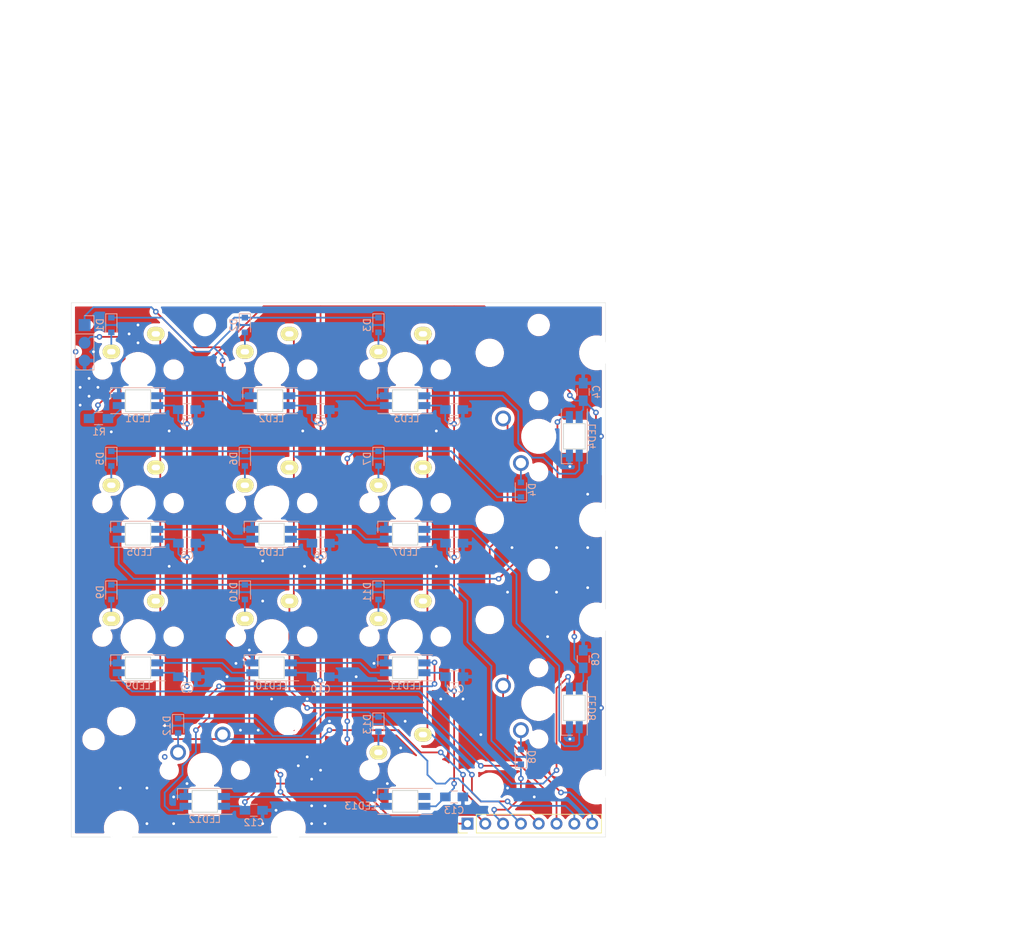
<source format=kicad_pcb>
(kicad_pcb (version 20171130) (host pcbnew "(5.1.7)-1")
  (layers (0 F.Cu signal) (31 B.Cu signal) (34 B.Paste user hide) (35 F.Paste user) (36 B.SilkS user) (37 F.SilkS user) (38 B.Mask user hide) (39 F.Mask user) (44 Edge.Cuts user))
  (net 0 "")
  (net 1 ROW1)
  (net 2 "Net-(D1-Pad2)")
  (net 3 "Net-(D2-Pad2)")
  (net 4 "Net-(D3-Pad2)")
  (net 5 ROW2)
  (net 6 "Net-(D4-Pad2)")
  (net 7 "Net-(D5-Pad2)")
  (net 8 "Net-(D6-Pad2)")
  (net 9 "Net-(D7-Pad2)")
  (net 10 ROW3)
  (net 11 "Net-(D8-Pad2)")
  (net 12 "Net-(D9-Pad2)")
  (net 13 "Net-(D10-Pad2)")
  (net 14 "Net-(D11-Pad2)")
  (net 15 ROW4)
  (net 16 "Net-(D12-Pad2)")
  (net 17 "Net-(D13-Pad2)")
  (net 18 COL1)
  (net 19 COL2)
  (net 20 COL3)
  (net 21 COL4)
  (net 22 GND)
  (net 23 +5V)
  (net 24 LED_DIN)
  (net 25 "Net-(LED1-Pad4)")
  (net 26 "Net-(LED1-Pad2)")
  (net 27 "Net-(LED2-Pad2)")
  (net 28 "Net-(LED3-Pad2)")
  (net 29 "Net-(LED4-Pad2)")
  (net 30 "Net-(LED5-Pad2)")
  (net 31 "Net-(LED6-Pad2)")
  (net 32 "Net-(LED7-Pad2)")
  (net 33 "Net-(LED8-Pad2)")
  (net 34 "Net-(LED10-Pad4)")
  (net 35 "Net-(LED10-Pad2)")
  (net 36 "Net-(LED11-Pad2)")
  (net 37 "Net-(LED12-Pad2)")
  (net 38 "Net-(LED13-Pad2)")
  (net 39 "Net-(H1-Pad1)")
  (net 40 "Net-(H2-Pad1)")
  (net 41 "Net-(H3-Pad1)")
  (net 42 "Net-(H4-Pad1)")
  (module MX_only:MXOnly-2U-NoLED (layer F.Cu) (at 50.165 137.795)
    (fp_text reference SW12)
    (fp_text value SW_PUSH hide)
    (pad 2 thru_hole circle (at 2.54 -5.08) (size 2.25 2.25) (drill 1.47) (layers *.Cu B.Mask) (net 18 COL1))
    (pad "" np_thru_hole circle (at 0 0) (size 3.9878 3.9878) (drill 3.9878) (layers *.Cu *.Mask))
    (pad 1 thru_hole circle (at -3.81 -2.54) (size 2.25 2.25) (drill 1.47) (layers *.Cu B.Mask) (net 16 "Net-(D12-Pad2)"))
    (pad "" np_thru_hole circle (at -5.08 0 48.0996) (size 1.75 1.75) (drill 1.75) (layers *.Cu *.Mask))
    (pad "" np_thru_hole circle (at 5.08 0 48.0996) (size 1.75 1.75) (drill 1.75) (layers *.Cu *.Mask))
    (pad "" np_thru_hole circle (at -11.90625 -6.985) (size 3.048 3.048) (drill 3.048) (layers *.Cu *.Mask))
    (pad "" np_thru_hole circle (at 11.90625 -6.985) (size 3.048 3.048) (drill 3.048) (layers *.Cu *.Mask))
    (pad "" np_thru_hole circle (at -11.90625 8.255) (size 3.9878 3.9878) (drill 3.9878) (layers *.Cu *.Mask))
    (pad "" np_thru_hole circle (at 11.90625 8.255) (size 3.9878 3.9878) (drill 3.9878) (layers *.Cu *.Mask))
  )
  (module Pin_Headers:Pin_Header_Straight_1x03_Pitch2.54mm (layer B.Cu) (at 33.02 74.295 180)
    (fp_text reference J2 hide)
    (fp_text value Conn_01x03_Male)
    (pad 1 smd rect (at 0 0 180) (size 1.7 1.7) (layers B.Cu B.Paste B.Mask) (net 23 +5V))
    (pad 2 smd oval (at 0 -2.54 180) (size 1.7 1.7) (layers B.Cu B.Paste B.Mask) (net 24 LED_DIN))
    (pad 3 smd oval (at 0 -5.08 180) (size 1.7 1.7) (layers B.Cu B.Paste B.Mask) (net 22 GND))
  )
  (module Mounting_Holes:MountingHole_2.2mm_M2 (layer F.Cu) (at 97.79 109.22)
    (fp_text reference H4 hide)
    (fp_text value MountingHole_Pad)
    (pad 1 np_thru_hole circle (at 0 0) (size 2.2 2.2) (drill 2.2) (layers *.Cu *.Mask) (net 42 "Net-(H4-Pad1)"))
  )
  (module Mounting_Holes:MountingHole_2.2mm_M2 (layer F.Cu) (at 34.29 133.35)
    (fp_text reference H3 hide)
    (fp_text value MountingHole_Pad)
    (pad 1 np_thru_hole circle (at 0 0) (size 2.2 2.2) (drill 2.2) (layers *.Cu *.Mask) (net 41 "Net-(H3-Pad1)"))
  )
  (module Mounting_Holes:MountingHole_2.2mm_M2 (layer F.Cu) (at 97.79 74.295)
    (fp_text reference H2 hide)
    (fp_text value MountingHole_Pad)
    (pad 1 np_thru_hole circle (at 0 0) (size 2.2 2.2) (drill 2.2) (layers *.Cu *.Mask) (net 40 "Net-(H2-Pad1)"))
  )
  (module Mounting_Holes:MountingHole_2.2mm_M2 (layer F.Cu) (at 50.165 74.295)
    (fp_text reference H1 hide)
    (fp_text value MountingHole_Pad)
    (pad 1 np_thru_hole circle (at 0 0) (size 2.2 2.2) (drill 2.2) (layers *.Cu *.Mask) (net 39 "Net-(H1-Pad1)"))
  )
  (module kbd:CherryMX_1u (layer F.Cu) (at 59.69 118.745)
    (fp_text reference SW10 hide)
    (fp_text value SW_PUSH hide)
    (pad "" np_thru_hole circle (at 0 0 90) (size 4 4) (drill 4) (layers *.Cu *.Mask))
    (pad "" np_thru_hole circle (at -5.08 0 90) (size 1.9 1.9) (drill 1.9) (layers *.Cu *.Mask))
    (pad "" np_thru_hole circle (at 5.08 0 90) (size 1.9 1.9) (drill 1.9) (layers *.Cu *.Mask))
    (pad 2 thru_hole oval (at 2.54 -5.08) (size 2.5 2) (drill oval 1.2 0.8) (layers *.Cu F.SilkS B.Mask) (net 19 COL2))
    (pad 1 thru_hole oval (at -3.81 -2.54) (size 2.5 2) (drill oval 1.2 0.8) (layers *.Cu F.SilkS B.Mask) (net 13 "Net-(D10-Pad2)"))
  )
  (module kbd:CherryMX_1u (layer F.Cu) (at 78.74 137.795)
    (fp_text reference SW13 hide)
    (fp_text value SW_PUSH hide)
    (pad "" np_thru_hole circle (at 0 0 90) (size 4 4) (drill 4) (layers *.Cu *.Mask))
    (pad "" np_thru_hole circle (at -5.08 0 90) (size 1.9 1.9) (drill 1.9) (layers *.Cu *.Mask))
    (pad "" np_thru_hole circle (at 5.08 0 90) (size 1.9 1.9) (drill 1.9) (layers *.Cu *.Mask))
    (pad 2 thru_hole oval (at 2.54 -5.08) (size 2.5 2) (drill oval 1.2 0.8) (layers *.Cu F.SilkS B.Mask) (net 20 COL3))
    (pad 1 thru_hole oval (at -3.81 -2.54) (size 2.5 2) (drill oval 1.2 0.8) (layers *.Cu F.SilkS B.Mask) (net 17 "Net-(D13-Pad2)"))
  )
  (module Pin_Headers:Pin_Header_Straight_1x08_Pitch2.54mm (layer F.Cu) (at 87.63 145.415 90)
    (fp_text reference J1 hide)
    (fp_text value Conn_01x08_Male)
    (pad 1 thru_hole rect (at 0 0 90) (size 1.7 1.7) (drill 1) (layers *.Cu *.Mask) (net 1 ROW1))
    (pad 2 thru_hole oval (at 0 2.54 90) (size 1.7 1.7) (drill 1) (layers *.Cu *.Mask) (net 5 ROW2))
    (pad 3 thru_hole oval (at 0 5.08 90) (size 1.7 1.7) (drill 1) (layers *.Cu *.Mask) (net 10 ROW3))
    (pad 4 thru_hole oval (at 0 7.62 90) (size 1.7 1.7) (drill 1) (layers *.Cu *.Mask) (net 15 ROW4))
    (pad 5 thru_hole oval (at 0 10.16 90) (size 1.7 1.7) (drill 1) (layers *.Cu *.Mask) (net 18 COL1))
    (pad 6 thru_hole oval (at 0 12.7 90) (size 1.7 1.7) (drill 1) (layers *.Cu *.Mask) (net 19 COL2))
    (pad 7 thru_hole oval (at 0 15.24 90) (size 1.7 1.7) (drill 1) (layers *.Cu *.Mask) (net 20 COL3))
    (pad 8 thru_hole oval (at 0 17.78 90) (size 1.7 1.7) (drill 1) (layers *.Cu *.Mask) (net 21 COL4))
  )
  (module kbd:CherryMX_1u (layer F.Cu) (at 78.74 118.745)
    (fp_text reference SW11 hide)
    (fp_text value SW_PUSH hide)
    (pad "" np_thru_hole circle (at 0 0 90) (size 4 4) (drill 4) (layers *.Cu *.Mask))
    (pad "" np_thru_hole circle (at -5.08 0 90) (size 1.9 1.9) (drill 1.9) (layers *.Cu *.Mask))
    (pad "" np_thru_hole circle (at 5.08 0 90) (size 1.9 1.9) (drill 1.9) (layers *.Cu *.Mask))
    (pad 2 thru_hole oval (at 2.54 -5.08) (size 2.5 2) (drill oval 1.2 0.8) (layers *.Cu F.SilkS B.Mask) (net 20 COL3))
    (pad 1 thru_hole oval (at -3.81 -2.54) (size 2.5 2) (drill oval 1.2 0.8) (layers *.Cu F.SilkS B.Mask) (net 14 "Net-(D11-Pad2)"))
  )
  (module kbd:CherryMX_1u (layer F.Cu) (at 40.64 118.745)
    (fp_text reference SW9 hide)
    (fp_text value SW_PUSH hide)
    (pad "" np_thru_hole circle (at 0 0 90) (size 4 4) (drill 4) (layers *.Cu *.Mask))
    (pad "" np_thru_hole circle (at -5.08 0 90) (size 1.9 1.9) (drill 1.9) (layers *.Cu *.Mask))
    (pad "" np_thru_hole circle (at 5.08 0 90) (size 1.9 1.9) (drill 1.9) (layers *.Cu *.Mask))
    (pad 2 thru_hole oval (at 2.54 -5.08) (size 2.5 2) (drill oval 1.2 0.8) (layers *.Cu F.SilkS B.Mask) (net 18 COL1))
    (pad 1 thru_hole oval (at -3.81 -2.54) (size 2.5 2) (drill oval 1.2 0.8) (layers *.Cu F.SilkS B.Mask) (net 12 "Net-(D9-Pad2)"))
  )
  (module MX_only:MXOnly-2U-NoLED (layer F.Cu) (at 97.79 128.27 90)
    (fp_text reference SW8)
    (fp_text value SW_PUSH hide)
    (pad 2 thru_hole circle (at 2.54 -5.08 90) (size 2.25 2.25) (drill 1.47) (layers *.Cu B.Mask) (net 21 COL4))
    (pad "" np_thru_hole circle (at 0 0 90) (size 3.9878 3.9878) (drill 3.9878) (layers *.Cu *.Mask))
    (pad 1 thru_hole circle (at -3.81 -2.54 90) (size 2.25 2.25) (drill 1.47) (layers *.Cu B.Mask) (net 11 "Net-(D8-Pad2)"))
    (pad "" np_thru_hole circle (at -5.08 0 138.0996) (size 1.75 1.75) (drill 1.75) (layers *.Cu *.Mask))
    (pad "" np_thru_hole circle (at 5.08 0 138.0996) (size 1.75 1.75) (drill 1.75) (layers *.Cu *.Mask))
    (pad "" np_thru_hole circle (at -11.90625 -6.985 90) (size 3.048 3.048) (drill 3.048) (layers *.Cu *.Mask))
    (pad "" np_thru_hole circle (at 11.90625 -6.985 90) (size 3.048 3.048) (drill 3.048) (layers *.Cu *.Mask))
    (pad "" np_thru_hole circle (at -11.90625 8.255 90) (size 3.9878 3.9878) (drill 3.9878) (layers *.Cu *.Mask))
    (pad "" np_thru_hole circle (at 11.90625 8.255 90) (size 3.9878 3.9878) (drill 3.9878) (layers *.Cu *.Mask))
  )
  (module kbd:CherryMX_1u (layer F.Cu) (at 78.74 99.695)
    (fp_text reference SW7 hide)
    (fp_text value SW_PUSH hide)
    (pad "" np_thru_hole circle (at 0 0 90) (size 4 4) (drill 4) (layers *.Cu *.Mask))
    (pad "" np_thru_hole circle (at -5.08 0 90) (size 1.9 1.9) (drill 1.9) (layers *.Cu *.Mask))
    (pad "" np_thru_hole circle (at 5.08 0 90) (size 1.9 1.9) (drill 1.9) (layers *.Cu *.Mask))
    (pad 2 thru_hole oval (at 2.54 -5.08) (size 2.5 2) (drill oval 1.2 0.8) (layers *.Cu F.SilkS B.Mask) (net 20 COL3))
    (pad 1 thru_hole oval (at -3.81 -2.54) (size 2.5 2) (drill oval 1.2 0.8) (layers *.Cu F.SilkS B.Mask) (net 9 "Net-(D7-Pad2)"))
  )
  (module kbd:CherryMX_1u (layer F.Cu) (at 59.69 99.695)
    (fp_text reference SW6 hide)
    (fp_text value SW_PUSH hide)
    (pad "" np_thru_hole circle (at 0 0 90) (size 4 4) (drill 4) (layers *.Cu *.Mask))
    (pad "" np_thru_hole circle (at -5.08 0 90) (size 1.9 1.9) (drill 1.9) (layers *.Cu *.Mask))
    (pad "" np_thru_hole circle (at 5.08 0 90) (size 1.9 1.9) (drill 1.9) (layers *.Cu *.Mask))
    (pad 2 thru_hole oval (at 2.54 -5.08) (size 2.5 2) (drill oval 1.2 0.8) (layers *.Cu F.SilkS B.Mask) (net 19 COL2))
    (pad 1 thru_hole oval (at -3.81 -2.54) (size 2.5 2) (drill oval 1.2 0.8) (layers *.Cu F.SilkS B.Mask) (net 8 "Net-(D6-Pad2)"))
  )
  (module kbd:CherryMX_1u (layer F.Cu) (at 40.64 99.695)
    (fp_text reference SW5 hide)
    (fp_text value SW_PUSH hide)
    (pad "" np_thru_hole circle (at 0 0 90) (size 4 4) (drill 4) (layers *.Cu *.Mask))
    (pad "" np_thru_hole circle (at -5.08 0 90) (size 1.9 1.9) (drill 1.9) (layers *.Cu *.Mask))
    (pad "" np_thru_hole circle (at 5.08 0 90) (size 1.9 1.9) (drill 1.9) (layers *.Cu *.Mask))
    (pad 2 thru_hole oval (at 2.54 -5.08) (size 2.5 2) (drill oval 1.2 0.8) (layers *.Cu F.SilkS B.Mask) (net 18 COL1))
    (pad 1 thru_hole oval (at -3.81 -2.54) (size 2.5 2) (drill oval 1.2 0.8) (layers *.Cu F.SilkS B.Mask) (net 7 "Net-(D5-Pad2)"))
  )
  (module MX_only:MXOnly-2U-NoLED (layer F.Cu) (at 97.79 90.17 90)
    (fp_text reference SW4)
    (fp_text value SW_PUSH hide)
    (pad 2 thru_hole circle (at 2.54 -5.08 90) (size 2.25 2.25) (drill 1.47) (layers *.Cu B.Mask) (net 21 COL4))
    (pad "" np_thru_hole circle (at 0 0 90) (size 3.9878 3.9878) (drill 3.9878) (layers *.Cu *.Mask))
    (pad 1 thru_hole circle (at -3.81 -2.54 90) (size 2.25 2.25) (drill 1.47) (layers *.Cu B.Mask) (net 6 "Net-(D4-Pad2)"))
    (pad "" np_thru_hole circle (at -5.08 0 138.0996) (size 1.75 1.75) (drill 1.75) (layers *.Cu *.Mask))
    (pad "" np_thru_hole circle (at 5.08 0 138.0996) (size 1.75 1.75) (drill 1.75) (layers *.Cu *.Mask))
    (pad "" np_thru_hole circle (at -11.90625 -6.985 90) (size 3.048 3.048) (drill 3.048) (layers *.Cu *.Mask))
    (pad "" np_thru_hole circle (at 11.90625 -6.985 90) (size 3.048 3.048) (drill 3.048) (layers *.Cu *.Mask))
    (pad "" np_thru_hole circle (at -11.90625 8.255 90) (size 3.9878 3.9878) (drill 3.9878) (layers *.Cu *.Mask))
    (pad "" np_thru_hole circle (at 11.90625 8.255 90) (size 3.9878 3.9878) (drill 3.9878) (layers *.Cu *.Mask))
  )
  (module kbd:CherryMX_1u (layer F.Cu) (at 78.74 80.645)
    (fp_text reference SW3 hide)
    (fp_text value SW_PUSH hide)
    (pad "" np_thru_hole circle (at 0 0 90) (size 4 4) (drill 4) (layers *.Cu *.Mask))
    (pad "" np_thru_hole circle (at -5.08 0 90) (size 1.9 1.9) (drill 1.9) (layers *.Cu *.Mask))
    (pad "" np_thru_hole circle (at 5.08 0 90) (size 1.9 1.9) (drill 1.9) (layers *.Cu *.Mask))
    (pad 2 thru_hole oval (at 2.54 -5.08) (size 2.5 2) (drill oval 1.2 0.8) (layers *.Cu F.SilkS B.Mask) (net 20 COL3))
    (pad 1 thru_hole oval (at -3.81 -2.54) (size 2.5 2) (drill oval 1.2 0.8) (layers *.Cu F.SilkS B.Mask) (net 4 "Net-(D3-Pad2)"))
  )
  (module kbd:CherryMX_1u (layer F.Cu) (at 59.69 80.645)
    (fp_text reference SW2 hide)
    (fp_text value SW_PUSH hide)
    (pad "" np_thru_hole circle (at 0 0 90) (size 4 4) (drill 4) (layers *.Cu *.Mask))
    (pad "" np_thru_hole circle (at -5.08 0 90) (size 1.9 1.9) (drill 1.9) (layers *.Cu *.Mask))
    (pad "" np_thru_hole circle (at 5.08 0 90) (size 1.9 1.9) (drill 1.9) (layers *.Cu *.Mask))
    (pad 2 thru_hole oval (at 2.54 -5.08) (size 2.5 2) (drill oval 1.2 0.8) (layers *.Cu F.SilkS B.Mask) (net 19 COL2))
    (pad 1 thru_hole oval (at -3.81 -2.54) (size 2.5 2) (drill oval 1.2 0.8) (layers *.Cu F.SilkS B.Mask) (net 3 "Net-(D2-Pad2)"))
  )
  (module kbd:CherryMX_1u (layer F.Cu) (at 40.64 80.645)
    (fp_text reference SW1 hide)
    (fp_text value SW_PUSH hide)
    (pad "" np_thru_hole circle (at 0 0 90) (size 4 4) (drill 4) (layers *.Cu *.Mask))
    (pad "" np_thru_hole circle (at -5.08 0 90) (size 1.9 1.9) (drill 1.9) (layers *.Cu *.Mask))
    (pad "" np_thru_hole circle (at 5.08 0 90) (size 1.9 1.9) (drill 1.9) (layers *.Cu *.Mask))
    (pad 2 thru_hole oval (at 2.54 -5.08) (size 2.5 2) (drill oval 1.2 0.8) (layers *.Cu F.SilkS B.Mask) (net 18 COL1))
    (pad 1 thru_hole oval (at -3.81 -2.54) (size 2.5 2) (drill oval 1.2 0.8) (layers *.Cu F.SilkS B.Mask) (net 2 "Net-(D1-Pad2)"))
  )
  (module Resistors_SMD:R_0805_HandSoldering (layer B.Cu) (at 35.005 87.63 180)
    (fp_text reference R1 (at -0.08 -1.905) (layer B.SilkS) (effects (justify mirror)))
    (fp_text value 500)
    (pad 1 smd rect (at -1.35 0 180) (size 1.5 1.3) (layers B.Cu B.Paste B.Mask) (net 25 "Net-(LED1-Pad4)"))
    (pad 2 smd rect (at 1.35 0 180) (size 1.5 1.3) (layers B.Cu B.Paste B.Mask) (net 24 LED_DIN))
  )
  (module kbd:YS-SK6812MINI-E (layer B.Cu) (at 78.74 142.24)
    (fp_text reference LED13 (at -6.35 0.635) (layer B.SilkS) (effects (justify mirror)))
    (fp_text value YS-SK6812MINI-E)
    (fp_line (start -1.8 1.55) (end -1.8 -1.55) (layer Edge.Cuts) (width 0.12))
    (fp_line (start -1.8 -1.55) (end 1.8 -1.55) (layer Edge.Cuts) (width 0.12))
    (fp_line (start 1.8 -1.55) (end 1.8 1.55) (layer Edge.Cuts) (width 0.12))
    (fp_line (start 1.8 1.55) (end -1.8 1.55) (layer Edge.Cuts) (width 0.12))
    (pad 2 smd rect (at 2.75 -0.7) (size 1.7 1) (layers B.Cu B.Paste B.Mask) (net 38 "Net-(LED13-Pad2)"))
    (pad 1 smd rect (at 2.75 0.7) (size 1.7 1) (layers B.Cu B.Paste B.Mask) (net 23 +5V))
    (pad 3 smd rect (at -2.75 -0.7) (size 1.7 1) (layers B.Cu B.Paste B.Mask) (net 22 GND))
    (pad 4 smd rect (at -2.75 0.7) (size 1.7 1) (layers B.Cu B.Paste B.Mask) (net 37 "Net-(LED12-Pad2)"))
  )
  (module kbd:YS-SK6812MINI-E (layer B.Cu) (at 50.165 142.24)
    (fp_text reference LED12 (at 0 2.54) (layer B.SilkS) (effects (justify mirror)))
    (fp_text value YS-SK6812MINI-E)
    (fp_line (start -1.8 1.55) (end -1.8 -1.55) (layer Edge.Cuts) (width 0.12))
    (fp_line (start -1.8 -1.55) (end 1.8 -1.55) (layer Edge.Cuts) (width 0.12))
    (fp_line (start 1.8 -1.55) (end 1.8 1.55) (layer Edge.Cuts) (width 0.12))
    (fp_line (start 1.8 1.55) (end -1.8 1.55) (layer Edge.Cuts) (width 0.12))
    (pad 2 smd rect (at 2.75 -0.7) (size 1.7 1) (layers B.Cu B.Paste B.Mask) (net 37 "Net-(LED12-Pad2)"))
    (pad 1 smd rect (at 2.75 0.7) (size 1.7 1) (layers B.Cu B.Paste B.Mask) (net 23 +5V))
    (pad 3 smd rect (at -2.75 -0.7) (size 1.7 1) (layers B.Cu B.Paste B.Mask) (net 22 GND))
    (pad 4 smd rect (at -2.75 0.7) (size 1.7 1) (layers B.Cu B.Paste B.Mask) (net 36 "Net-(LED11-Pad2)"))
  )
  (module kbd:YS-SK6812MINI-E (layer B.Cu) (at 78.74 123.19)
    (fp_text reference LED11 (at 0 2.54) (layer B.SilkS) (effects (justify mirror)))
    (fp_text value YS-SK6812MINI-E)
    (fp_line (start -1.8 1.55) (end -1.8 -1.55) (layer Edge.Cuts) (width 0.12))
    (fp_line (start -1.8 -1.55) (end 1.8 -1.55) (layer Edge.Cuts) (width 0.12))
    (fp_line (start 1.8 -1.55) (end 1.8 1.55) (layer Edge.Cuts) (width 0.12))
    (fp_line (start 1.8 1.55) (end -1.8 1.55) (layer Edge.Cuts) (width 0.12))
    (pad 2 smd rect (at 2.75 -0.7) (size 1.7 1) (layers B.Cu B.Paste B.Mask) (net 36 "Net-(LED11-Pad2)"))
    (pad 1 smd rect (at 2.75 0.7) (size 1.7 1) (layers B.Cu B.Paste B.Mask) (net 23 +5V))
    (pad 3 smd rect (at -2.75 -0.7) (size 1.7 1) (layers B.Cu B.Paste B.Mask) (net 22 GND))
    (pad 4 smd rect (at -2.75 0.7) (size 1.7 1) (layers B.Cu B.Paste B.Mask) (net 35 "Net-(LED10-Pad2)"))
  )
  (module kbd:YS-SK6812MINI-E (layer B.Cu) (at 59.69 123.19)
    (fp_text reference LED10 (at 0 2.54) (layer B.SilkS) (effects (justify mirror)))
    (fp_text value YS-SK6812MINI-E)
    (fp_line (start -1.8 1.55) (end -1.8 -1.55) (layer Edge.Cuts) (width 0.12))
    (fp_line (start -1.8 -1.55) (end 1.8 -1.55) (layer Edge.Cuts) (width 0.12))
    (fp_line (start 1.8 -1.55) (end 1.8 1.55) (layer Edge.Cuts) (width 0.12))
    (fp_line (start 1.8 1.55) (end -1.8 1.55) (layer Edge.Cuts) (width 0.12))
    (pad 2 smd rect (at 2.75 -0.7) (size 1.7 1) (layers B.Cu B.Paste B.Mask) (net 35 "Net-(LED10-Pad2)"))
    (pad 1 smd rect (at 2.75 0.7) (size 1.7 1) (layers B.Cu B.Paste B.Mask) (net 23 +5V))
    (pad 3 smd rect (at -2.75 -0.7) (size 1.7 1) (layers B.Cu B.Paste B.Mask) (net 22 GND))
    (pad 4 smd rect (at -2.75 0.7) (size 1.7 1) (layers B.Cu B.Paste B.Mask) (net 34 "Net-(LED10-Pad4)"))
  )
  (module kbd:YS-SK6812MINI-E (layer B.Cu) (at 40.64 123.19)
    (fp_text reference LED9 (at 0 2.54) (layer B.SilkS) (effects (justify mirror)))
    (fp_text value YS-SK6812MINI-E)
    (fp_line (start -1.8 1.55) (end -1.8 -1.55) (layer Edge.Cuts) (width 0.12))
    (fp_line (start -1.8 -1.55) (end 1.8 -1.55) (layer Edge.Cuts) (width 0.12))
    (fp_line (start 1.8 -1.55) (end 1.8 1.55) (layer Edge.Cuts) (width 0.12))
    (fp_line (start 1.8 1.55) (end -1.8 1.55) (layer Edge.Cuts) (width 0.12))
    (pad 2 smd rect (at 2.75 -0.7) (size 1.7 1) (layers B.Cu B.Paste B.Mask) (net 34 "Net-(LED10-Pad4)"))
    (pad 1 smd rect (at 2.75 0.7) (size 1.7 1) (layers B.Cu B.Paste B.Mask) (net 23 +5V))
    (pad 3 smd rect (at -2.75 -0.7) (size 1.7 1) (layers B.Cu B.Paste B.Mask) (net 22 GND))
    (pad 4 smd rect (at -2.75 0.7) (size 1.7 1) (layers B.Cu B.Paste B.Mask) (net 33 "Net-(LED8-Pad2)"))
  )
  (module kbd:YS-SK6812MINI-E (layer B.Cu) (at 102.87 128.905 90)
    (fp_text reference LED8 (at 0 2.54 90) (layer B.SilkS) (effects (justify mirror)))
    (fp_text value YS-SK6812MINI-E)
    (fp_line (start -1.8 1.55) (end -1.8 -1.55) (layer Edge.Cuts) (width 0.12))
    (fp_line (start -1.8 -1.55) (end 1.8 -1.55) (layer Edge.Cuts) (width 0.12))
    (fp_line (start 1.8 -1.55) (end 1.8 1.55) (layer Edge.Cuts) (width 0.12))
    (fp_line (start 1.8 1.55) (end -1.8 1.55) (layer Edge.Cuts) (width 0.12))
    (pad 2 smd rect (at 2.75 -0.7 90) (size 1.7 1) (layers B.Cu B.Paste B.Mask) (net 33 "Net-(LED8-Pad2)"))
    (pad 1 smd rect (at 2.75 0.7 90) (size 1.7 1) (layers B.Cu B.Paste B.Mask) (net 23 +5V))
    (pad 3 smd rect (at -2.75 -0.7 90) (size 1.7 1) (layers B.Cu B.Paste B.Mask) (net 22 GND))
    (pad 4 smd rect (at -2.75 0.7 90) (size 1.7 1) (layers B.Cu B.Paste B.Mask) (net 32 "Net-(LED7-Pad2)"))
  )
  (module kbd:YS-SK6812MINI-E (layer B.Cu) (at 78.74 104.14)
    (fp_text reference LED7 (at 0 2.54) (layer B.SilkS) (effects (justify mirror)))
    (fp_text value YS-SK6812MINI-E)
    (fp_line (start -1.8 1.55) (end -1.8 -1.55) (layer Edge.Cuts) (width 0.12))
    (fp_line (start -1.8 -1.55) (end 1.8 -1.55) (layer Edge.Cuts) (width 0.12))
    (fp_line (start 1.8 -1.55) (end 1.8 1.55) (layer Edge.Cuts) (width 0.12))
    (fp_line (start 1.8 1.55) (end -1.8 1.55) (layer Edge.Cuts) (width 0.12))
    (pad 2 smd rect (at 2.75 -0.7) (size 1.7 1) (layers B.Cu B.Paste B.Mask) (net 32 "Net-(LED7-Pad2)"))
    (pad 1 smd rect (at 2.75 0.7) (size 1.7 1) (layers B.Cu B.Paste B.Mask) (net 23 +5V))
    (pad 3 smd rect (at -2.75 -0.7) (size 1.7 1) (layers B.Cu B.Paste B.Mask) (net 22 GND))
    (pad 4 smd rect (at -2.75 0.7) (size 1.7 1) (layers B.Cu B.Paste B.Mask) (net 31 "Net-(LED6-Pad2)"))
  )
  (module kbd:YS-SK6812MINI-E (layer B.Cu) (at 59.69 104.14)
    (fp_text reference LED6 (at 0 2.54) (layer B.SilkS) (effects (justify mirror)))
    (fp_text value YS-SK6812MINI-E)
    (fp_line (start -1.8 1.55) (end -1.8 -1.55) (layer Edge.Cuts) (width 0.12))
    (fp_line (start -1.8 -1.55) (end 1.8 -1.55) (layer Edge.Cuts) (width 0.12))
    (fp_line (start 1.8 -1.55) (end 1.8 1.55) (layer Edge.Cuts) (width 0.12))
    (fp_line (start 1.8 1.55) (end -1.8 1.55) (layer Edge.Cuts) (width 0.12))
    (pad 2 smd rect (at 2.75 -0.7) (size 1.7 1) (layers B.Cu B.Paste B.Mask) (net 31 "Net-(LED6-Pad2)"))
    (pad 1 smd rect (at 2.75 0.7) (size 1.7 1) (layers B.Cu B.Paste B.Mask) (net 23 +5V))
    (pad 3 smd rect (at -2.75 -0.7) (size 1.7 1) (layers B.Cu B.Paste B.Mask) (net 22 GND))
    (pad 4 smd rect (at -2.75 0.7) (size 1.7 1) (layers B.Cu B.Paste B.Mask) (net 30 "Net-(LED5-Pad2)"))
  )
  (module kbd:YS-SK6812MINI-E (layer B.Cu) (at 40.64 104.14)
    (fp_text reference LED5 (at 0.2 2.54) (layer B.SilkS) (effects (justify mirror)))
    (fp_text value YS-SK6812MINI-E)
    (fp_line (start -1.8 1.55) (end -1.8 -1.55) (layer Edge.Cuts) (width 0.12))
    (fp_line (start -1.8 -1.55) (end 1.8 -1.55) (layer Edge.Cuts) (width 0.12))
    (fp_line (start 1.8 -1.55) (end 1.8 1.55) (layer Edge.Cuts) (width 0.12))
    (fp_line (start 1.8 1.55) (end -1.8 1.55) (layer Edge.Cuts) (width 0.12))
    (pad 2 smd rect (at 2.75 -0.7) (size 1.7 1) (layers B.Cu B.Paste B.Mask) (net 30 "Net-(LED5-Pad2)"))
    (pad 1 smd rect (at 2.75 0.7) (size 1.7 1) (layers B.Cu B.Paste B.Mask) (net 23 +5V))
    (pad 3 smd rect (at -2.75 -0.7) (size 1.7 1) (layers B.Cu B.Paste B.Mask) (net 22 GND))
    (pad 4 smd rect (at -2.75 0.7) (size 1.7 1) (layers B.Cu B.Paste B.Mask) (net 29 "Net-(LED4-Pad2)"))
  )
  (module kbd:YS-SK6812MINI-E (layer B.Cu) (at 102.87 90.17 90)
    (fp_text reference LED4 (at 0 2.54 270) (layer B.SilkS) (effects (justify mirror)))
    (fp_text value YS-SK6812MINI-E)
    (fp_line (start -1.8 1.55) (end -1.8 -1.55) (layer Edge.Cuts) (width 0.12))
    (fp_line (start -1.8 -1.55) (end 1.8 -1.55) (layer Edge.Cuts) (width 0.12))
    (fp_line (start 1.8 -1.55) (end 1.8 1.55) (layer Edge.Cuts) (width 0.12))
    (fp_line (start 1.8 1.55) (end -1.8 1.55) (layer Edge.Cuts) (width 0.12))
    (pad 2 smd rect (at 2.75 -0.7 90) (size 1.7 1) (layers B.Cu B.Paste B.Mask) (net 29 "Net-(LED4-Pad2)"))
    (pad 1 smd rect (at 2.75 0.7 90) (size 1.7 1) (layers B.Cu B.Paste B.Mask) (net 23 +5V))
    (pad 3 smd rect (at -2.75 -0.7 90) (size 1.7 1) (layers B.Cu B.Paste B.Mask) (net 22 GND))
    (pad 4 smd rect (at -2.75 0.7 90) (size 1.7 1) (layers B.Cu B.Paste B.Mask) (net 28 "Net-(LED3-Pad2)"))
  )
  (module kbd:YS-SK6812MINI-E (layer B.Cu) (at 78.74 85.09)
    (fp_text reference LED3 (at 0.2 2.54) (layer B.SilkS) (effects (justify mirror)))
    (fp_text value YS-SK6812MINI-E)
    (fp_line (start -1.8 1.55) (end -1.8 -1.55) (layer Edge.Cuts) (width 0.12))
    (fp_line (start -1.8 -1.55) (end 1.8 -1.55) (layer Edge.Cuts) (width 0.12))
    (fp_line (start 1.8 -1.55) (end 1.8 1.55) (layer Edge.Cuts) (width 0.12))
    (fp_line (start 1.8 1.55) (end -1.8 1.55) (layer Edge.Cuts) (width 0.12))
    (pad 2 smd rect (at 2.75 -0.7) (size 1.7 1) (layers B.Cu B.Paste B.Mask) (net 28 "Net-(LED3-Pad2)"))
    (pad 1 smd rect (at 2.75 0.7) (size 1.7 1) (layers B.Cu B.Paste B.Mask) (net 23 +5V))
    (pad 3 smd rect (at -2.75 -0.7) (size 1.7 1) (layers B.Cu B.Paste B.Mask) (net 22 GND))
    (pad 4 smd rect (at -2.75 0.7) (size 1.7 1) (layers B.Cu B.Paste B.Mask) (net 27 "Net-(LED2-Pad2)"))
  )
  (module kbd:YS-SK6812MINI-E (layer B.Cu) (at 59.48 85.09)
    (fp_text reference LED2 (at 0.2 2.54) (layer B.SilkS) (effects (justify mirror)))
    (fp_text value YS-SK6812MINI-E)
    (fp_line (start -1.8 1.55) (end -1.8 -1.55) (layer Edge.Cuts) (width 0.12))
    (fp_line (start -1.8 -1.55) (end 1.8 -1.55) (layer Edge.Cuts) (width 0.12))
    (fp_line (start 1.8 -1.55) (end 1.8 1.55) (layer Edge.Cuts) (width 0.12))
    (fp_line (start 1.8 1.55) (end -1.8 1.55) (layer Edge.Cuts) (width 0.12))
    (pad 2 smd rect (at 2.75 -0.7) (size 1.7 1) (layers B.Cu B.Paste B.Mask) (net 27 "Net-(LED2-Pad2)"))
    (pad 1 smd rect (at 2.75 0.7) (size 1.7 1) (layers B.Cu B.Paste B.Mask) (net 23 +5V))
    (pad 3 smd rect (at -2.75 -0.7) (size 1.7 1) (layers B.Cu B.Paste B.Mask) (net 22 GND))
    (pad 4 smd rect (at -2.75 0.7) (size 1.7 1) (layers B.Cu B.Paste B.Mask) (net 26 "Net-(LED1-Pad2)"))
  )
  (module kbd:YS-SK6812MINI-E (layer B.Cu) (at 40.64 85.09)
    (fp_text reference LED1 (at 0 2.54) (layer B.SilkS) (effects (justify mirror)))
    (fp_text value YS-SK6812MINI-E)
    (fp_line (start -1.8 1.55) (end -1.8 -1.55) (layer Edge.Cuts) (width 0.12))
    (fp_line (start -1.8 -1.55) (end 1.8 -1.55) (layer Edge.Cuts) (width 0.12))
    (fp_line (start 1.8 -1.55) (end 1.8 1.55) (layer Edge.Cuts) (width 0.12))
    (fp_line (start 1.8 1.55) (end -1.8 1.55) (layer Edge.Cuts) (width 0.12))
    (pad 2 smd rect (at 2.75 -0.7) (size 1.7 1) (layers B.Cu B.Paste B.Mask) (net 26 "Net-(LED1-Pad2)"))
    (pad 1 smd rect (at 2.75 0.7) (size 1.7 1) (layers B.Cu B.Paste B.Mask) (net 23 +5V))
    (pad 3 smd rect (at -2.75 -0.7) (size 1.7 1) (layers B.Cu B.Paste B.Mask) (net 22 GND))
    (pad 4 smd rect (at -2.75 0.7) (size 1.7 1) (layers B.Cu B.Paste B.Mask) (net 25 "Net-(LED1-Pad4)"))
  )
  (module Diodes_SMD:D_0805 (layer B.Cu) (at 74.93 131.225 270)
    (fp_text reference D13 (at 0 1.6 270) (layer B.SilkS) (effects (justify mirror)))
    (fp_text value D)
    (pad 1 smd rect (at -1.05 0 270) (size 0.8 0.9) (layers B.Cu B.Paste B.Mask) (net 15 ROW4))
    (pad 2 smd rect (at 1.05 0 270) (size 0.8 0.9) (layers B.Cu B.Paste B.Mask) (net 17 "Net-(D13-Pad2)"))
  )
  (module Diodes_SMD:D_0805 (layer B.Cu) (at 46.355 131.445 270)
    (fp_text reference D12 (at 0 1.6 270) (layer B.SilkS) (effects (justify mirror)))
    (fp_text value D)
    (pad 1 smd rect (at -1.05 0 270) (size 0.8 0.9) (layers B.Cu B.Paste B.Mask) (net 15 ROW4))
    (pad 2 smd rect (at 1.05 0 270) (size 0.8 0.9) (layers B.Cu B.Paste B.Mask) (net 16 "Net-(D12-Pad2)"))
  )
  (module Diodes_SMD:D_0805 (layer B.Cu) (at 74.93 112.395 270)
    (fp_text reference D11 (at 0 1.6 270) (layer B.SilkS) (effects (justify mirror)))
    (fp_text value D)
    (pad 1 smd rect (at -1.05 0 270) (size 0.8 0.9) (layers B.Cu B.Paste B.Mask) (net 10 ROW3))
    (pad 2 smd rect (at 1.05 0 270) (size 0.8 0.9) (layers B.Cu B.Paste B.Mask) (net 14 "Net-(D11-Pad2)"))
  )
  (module Diodes_SMD:D_0805 (layer B.Cu) (at 55.88 112.395 270)
    (fp_text reference D10 (at 0 1.6 270) (layer B.SilkS) (effects (justify mirror)))
    (fp_text value D)
    (pad 1 smd rect (at -1.05 0 270) (size 0.8 0.9) (layers B.Cu B.Paste B.Mask) (net 10 ROW3))
    (pad 2 smd rect (at 1.05 0 270) (size 0.8 0.9) (layers B.Cu B.Paste B.Mask) (net 13 "Net-(D10-Pad2)"))
  )
  (module Diodes_SMD:D_0805 (layer B.Cu) (at 36.83 112.395 270)
    (fp_text reference D9 (at 0 1.6 270) (layer B.SilkS) (effects (justify mirror)))
    (fp_text value D)
    (pad 1 smd rect (at -1.05 0 270) (size 0.8 0.9) (layers B.Cu B.Paste B.Mask) (net 10 ROW3))
    (pad 2 smd rect (at 1.05 0 270) (size 0.8 0.9) (layers B.Cu B.Paste B.Mask) (net 12 "Net-(D9-Pad2)"))
  )
  (module Diodes_SMD:D_0805 (layer B.Cu) (at 95.25 135.89 90)
    (fp_text reference D8 (at 0 1.6 270) (layer B.SilkS) (effects (justify mirror)))
    (fp_text value D)
    (pad 1 smd rect (at -1.05 0 90) (size 0.8 0.9) (layers B.Cu B.Paste B.Mask) (net 10 ROW3))
    (pad 2 smd rect (at 1.05 0 90) (size 0.8 0.9) (layers B.Cu B.Paste B.Mask) (net 11 "Net-(D8-Pad2)"))
  )
  (module Diodes_SMD:D_0805 (layer B.Cu) (at 74.93 93.345 270)
    (fp_text reference D7 (at 0 1.6 270) (layer B.SilkS) (effects (justify mirror)))
    (fp_text value D)
    (pad 1 smd rect (at -1.05 0 270) (size 0.8 0.9) (layers B.Cu B.Paste B.Mask) (net 5 ROW2))
    (pad 2 smd rect (at 1.05 0 270) (size 0.8 0.9) (layers B.Cu B.Paste B.Mask) (net 9 "Net-(D7-Pad2)"))
  )
  (module Diodes_SMD:D_0805 (layer B.Cu) (at 55.88 93.345 270)
    (fp_text reference D6 (at 0 1.6 270) (layer B.SilkS) (effects (justify mirror)))
    (fp_text value D)
    (pad 1 smd rect (at -1.05 0 270) (size 0.8 0.9) (layers B.Cu B.Paste B.Mask) (net 5 ROW2))
    (pad 2 smd rect (at 1.05 0 270) (size 0.8 0.9) (layers B.Cu B.Paste B.Mask) (net 8 "Net-(D6-Pad2)"))
  )
  (module Diodes_SMD:D_0805 (layer B.Cu) (at 36.83 93.345 270)
    (fp_text reference D5 (at 0 1.6 270) (layer B.SilkS) (effects (justify mirror)))
    (fp_text value D)
    (pad 1 smd rect (at -1.05 0 270) (size 0.8 0.9) (layers B.Cu B.Paste B.Mask) (net 5 ROW2))
    (pad 2 smd rect (at 1.05 0 270) (size 0.8 0.9) (layers B.Cu B.Paste B.Mask) (net 7 "Net-(D5-Pad2)"))
  )
  (module Diodes_SMD:D_0805 (layer B.Cu) (at 95.25 97.79 90)
    (fp_text reference D4 (at 0 1.6 270) (layer B.SilkS) (effects (justify mirror)))
    (fp_text value D)
    (pad 1 smd rect (at -1.05 0 90) (size 0.8 0.9) (layers B.Cu B.Paste B.Mask) (net 5 ROW2))
    (pad 2 smd rect (at 1.05 0 90) (size 0.8 0.9) (layers B.Cu B.Paste B.Mask) (net 6 "Net-(D4-Pad2)"))
  )
  (module Diodes_SMD:D_0805 (layer B.Cu) (at 74.93 74.295 270)
    (fp_text reference D3 (at 0 1.6 270) (layer B.SilkS) (effects (justify mirror)))
    (fp_text value D)
    (pad 1 smd rect (at -1.05 0 270) (size 0.8 0.9) (layers B.Cu B.Paste B.Mask) (net 1 ROW1))
    (pad 2 smd rect (at 1.05 0 270) (size 0.8 0.9) (layers B.Cu B.Paste B.Mask) (net 4 "Net-(D3-Pad2)"))
  )
  (module Diodes_SMD:D_0805 (layer B.Cu) (at 55.88 74.295 270)
    (fp_text reference D2 (at 0 1.6 270) (layer B.SilkS) (effects (justify mirror)))
    (fp_text value D)
    (pad 1 smd rect (at -1.05 0 270) (size 0.8 0.9) (layers B.Cu B.Paste B.Mask) (net 1 ROW1))
    (pad 2 smd rect (at 1.05 0 270) (size 0.8 0.9) (layers B.Cu B.Paste B.Mask) (net 3 "Net-(D2-Pad2)"))
  )
  (module Diodes_SMD:D_0805 (layer B.Cu) (at 36.83 74.295 270)
    (fp_text reference D1 (at 0 1.6 270) (layer B.SilkS) (effects (justify mirror)))
    (fp_text value D)
    (pad 1 smd rect (at -1.05 0 270) (size 0.8 0.9) (layers B.Cu B.Paste B.Mask) (net 1 ROW1))
    (pad 2 smd rect (at 1.05 0 270) (size 0.8 0.9) (layers B.Cu B.Paste B.Mask) (net 2 "Net-(D1-Pad2)"))
  )
  (module Capacitors_SMD:C_0805_HandSoldering (layer B.Cu) (at 85.725 141.605)
    (fp_text reference C13 (at 0 1.905) (layer B.SilkS) (effects (justify mirror)))
    (fp_text value 0.1uf)
    (pad 1 smd rect (at -1.25 0) (size 1.5 1.25) (layers B.Cu B.Paste B.Mask) (net 23 +5V))
    (pad 2 smd rect (at 1.25 0) (size 1.5 1.25) (layers B.Cu B.Paste B.Mask) (net 22 GND))
  )
  (module Capacitors_SMD:C_0805_HandSoldering (layer B.Cu) (at 57.15 143.51)
    (fp_text reference C12 (at 0 1.75) (layer B.SilkS) (effects (justify mirror)))
    (fp_text value 0.1uf)
    (pad 1 smd rect (at -1.25 0) (size 1.5 1.25) (layers B.Cu B.Paste B.Mask) (net 23 +5V))
    (pad 2 smd rect (at 1.25 0) (size 1.5 1.25) (layers B.Cu B.Paste B.Mask) (net 22 GND))
  )
  (module Capacitors_SMD:C_0805_HandSoldering (layer B.Cu) (at 85.745 124.46)
    (fp_text reference C11 (at 0 1.75) (layer B.SilkS) (effects (justify mirror)))
    (fp_text value 0.1uf)
    (pad 1 smd rect (at -1.25 0) (size 1.5 1.25) (layers B.Cu B.Paste B.Mask) (net 23 +5V))
    (pad 2 smd rect (at 1.25 0) (size 1.5 1.25) (layers B.Cu B.Paste B.Mask) (net 22 GND))
  )
  (module Capacitors_SMD:C_0805_HandSoldering (layer B.Cu) (at 66.675 124.46)
    (fp_text reference C10 (at 0 1.75) (layer B.SilkS) (effects (justify mirror)))
    (fp_text value 0.1uf)
    (pad 1 smd rect (at -1.25 0) (size 1.5 1.25) (layers B.Cu B.Paste B.Mask) (net 23 +5V))
    (pad 2 smd rect (at 1.25 0) (size 1.5 1.25) (layers B.Cu B.Paste B.Mask) (net 22 GND))
  )
  (module Capacitors_SMD:C_0805_HandSoldering (layer B.Cu) (at 47.645 124.46)
    (fp_text reference C9 (at 0 1.75) (layer B.SilkS) (effects (justify mirror)))
    (fp_text value 0.1uf)
    (pad 1 smd rect (at -1.25 0) (size 1.5 1.25) (layers B.Cu B.Paste B.Mask) (net 23 +5V))
    (pad 2 smd rect (at 1.25 0) (size 1.5 1.25) (layers B.Cu B.Paste B.Mask) (net 22 GND))
  )
  (module Capacitors_SMD:C_0805_HandSoldering (layer B.Cu) (at 104.14 121.94 90)
    (fp_text reference C8 (at 0 1.75 270) (layer B.SilkS) (effects (justify mirror)))
    (fp_text value 0.1uf)
    (pad 1 smd rect (at -1.25 0 90) (size 1.5 1.25) (layers B.Cu B.Paste B.Mask) (net 23 +5V))
    (pad 2 smd rect (at 1.25 0 90) (size 1.5 1.25) (layers B.Cu B.Paste B.Mask) (net 22 GND))
  )
  (module Capacitors_SMD:C_0805_HandSoldering (layer B.Cu) (at 85.745 105.41)
    (fp_text reference C7 (at 0 1.75) (layer B.SilkS) (effects (justify mirror)))
    (fp_text value 0.1uf)
    (pad 1 smd rect (at -1.25 0) (size 1.5 1.25) (layers B.Cu B.Paste B.Mask) (net 23 +5V))
    (pad 2 smd rect (at 1.25 0) (size 1.5 1.25) (layers B.Cu B.Paste B.Mask) (net 22 GND))
  )
  (module Capacitors_SMD:C_0805_HandSoldering (layer B.Cu) (at 66.695 105.41)
    (fp_text reference C6 (at 0 1.75) (layer B.SilkS) (effects (justify mirror)))
    (fp_text value 0.1uf)
    (pad 1 smd rect (at -1.25 0) (size 1.5 1.25) (layers B.Cu B.Paste B.Mask) (net 23 +5V))
    (pad 2 smd rect (at 1.25 0) (size 1.5 1.25) (layers B.Cu B.Paste B.Mask) (net 22 GND))
  )
  (module Capacitors_SMD:C_0805_HandSoldering (layer B.Cu) (at 47.645 105.41)
    (fp_text reference C5 (at 0 1.75) (layer B.SilkS) (effects (justify mirror)))
    (fp_text value 0.1uf)
    (pad 1 smd rect (at -1.25 0) (size 1.5 1.25) (layers B.Cu B.Paste B.Mask) (net 23 +5V))
    (pad 2 smd rect (at 1.25 0) (size 1.5 1.25) (layers B.Cu B.Paste B.Mask) (net 22 GND))
  )
  (module Capacitors_SMD:C_0805_HandSoldering (layer B.Cu) (at 104.14 83.84 90)
    (fp_text reference C4 (at 0 1.905 90) (layer B.SilkS) (effects (justify mirror)))
    (fp_text value 0.1uf)
    (pad 1 smd rect (at -1.25 0 90) (size 1.5 1.25) (layers B.Cu B.Paste B.Mask) (net 23 +5V))
    (pad 2 smd rect (at 1.25 0 90) (size 1.5 1.25) (layers B.Cu B.Paste B.Mask) (net 22 GND))
  )
  (module Capacitors_SMD:C_0805_HandSoldering (layer B.Cu) (at 85.725 86.36)
    (fp_text reference C3 (at 0 1.75) (layer B.SilkS) (effects (justify mirror)))
    (fp_text value 0.1uf)
    (pad 1 smd rect (at -1.25 0) (size 1.5 1.25) (layers B.Cu B.Paste B.Mask) (net 23 +5V))
    (pad 2 smd rect (at 1.25 0) (size 1.5 1.25) (layers B.Cu B.Paste B.Mask) (net 22 GND))
  )
  (module Capacitors_SMD:C_0805_HandSoldering (layer B.Cu) (at 66.675 86.36)
    (fp_text reference C2 (at 0 1.75) (layer B.SilkS) (effects (justify mirror)))
    (fp_text value 0.1uf)
    (pad 1 smd rect (at -1.25 0) (size 1.5 1.25) (layers B.Cu B.Paste B.Mask) (net 23 +5V))
    (pad 2 smd rect (at 1.25 0) (size 1.5 1.25) (layers B.Cu B.Paste B.Mask) (net 22 GND))
  )
  (module Capacitors_SMD:C_0805_HandSoldering (layer B.Cu) (at 47.625 86.36)
    (fp_text reference C1 (at 0 1.75) (layer B.SilkS) (effects (justify mirror)))
    (fp_text value 0.1uf)
    (pad 1 smd rect (at -1.25 0) (size 1.5 1.25) (layers B.Cu B.Paste B.Mask) (net 23 +5V))
    (pad 2 smd rect (at 1.25 0) (size 1.5 1.25) (layers B.Cu B.Paste B.Mask) (net 22 GND))
  )
  (gr_line (start 107.315 147.32) (end 31.115 147.32) (layer Edge.Cuts) (width 0.05))
  (gr_line (start 31.115 147.32) (end 31.115 71.12) (layer Edge.Cuts) (width 0.05))
  (gr_line (start 107.315 71.12) (end 107.315 147.32) (layer Edge.Cuts) (width 0.05))
  (gr_line (start 31.115 71.12) (end 107.315 71.12) (layer Edge.Cuts) (width 0.05))
  (segment (start 62.865 132.08) (end 62.865 131.445) (width 0.25) (layer F.Cu) (net 0))
  (via (at 44.45 135.89) (size 0.8) (drill 0.4) (layers F.Cu B.Cu) (net 0))
  (via (at 31.75 78.105) (size 0.8) (drill 0.4) (layers F.Cu B.Cu) (net 0))
  (segment (start 55.88 73.245) (end 74.93 73.245) (width 0.25) (layer B.Cu) (net 1))
  (via (at 52.705 79.375) (size 0.8) (drill 0.4) (layers F.Cu B.Cu) (net 1))
  (segment (start 54.39 73.245) (end 55.88 73.245) (width 0.25) (layer B.Cu) (net 1))
  (segment (start 53.975 73.66) (end 54.39 73.245) (width 0.25) (layer B.Cu) (net 1))
  (segment (start 53.975 74.93) (end 53.975 73.66) (width 0.25) (layer B.Cu) (net 1))
  (segment (start 51.435 77.47) (end 53.975 74.93) (width 0.25) (layer B.Cu) (net 1))
  (segment (start 52.705 78.74) (end 51.435 77.47) (width 0.25) (layer B.Cu) (net 1))
  (segment (start 52.705 79.375) (end 52.705 78.74) (width 0.25) (layer B.Cu) (net 1))
  (via (at 60.96 138.43) (size 0.8) (drill 0.4) (layers F.Cu B.Cu) (net 1))
  (segment (start 56.515 122.555) (end 56.515 133.985) (width 0.25) (layer F.Cu) (net 1))
  (segment (start 56.515 133.985) (end 60.96 138.43) (width 0.25) (layer F.Cu) (net 1))
  (segment (start 52.705 118.745) (end 56.515 122.555) (width 0.25) (layer F.Cu) (net 1))
  (segment (start 52.705 79.375) (end 52.705 118.745) (width 0.25) (layer F.Cu) (net 1))
  (segment (start 86.995 145.415) (end 74.295 145.415) (width 0.25) (layer F.Cu) (net 1))
  (segment (start 74.295 145.415) (end 73.025 144.145) (width 0.25) (layer F.Cu) (net 1))
  (via (at 60.96 140.88) (size 0.8) (drill 0.4) (layers F.Cu B.Cu) (net 1))
  (segment (start 64.225 144.145) (end 60.96 140.88) (width 0.25) (layer F.Cu) (net 1))
  (segment (start 73.025 144.145) (end 64.225 144.145) (width 0.25) (layer F.Cu) (net 1))
  (segment (start 60.96 140.88) (end 60.96 138.43) (width 0.25) (layer B.Cu) (net 1))
  (segment (start 50.8 78.105) (end 51.435 77.47) (width 0.25) (layer B.Cu) (net 1))
  (segment (start 48.895 78.105) (end 50.8 78.105) (width 0.25) (layer B.Cu) (net 1))
  (segment (start 44.035 73.245) (end 48.895 78.105) (width 0.25) (layer B.Cu) (net 1))
  (segment (start 36.83 73.245) (end 44.035 73.245) (width 0.25) (layer B.Cu) (net 1))
  (segment (start 36.83 78.105) (end 36.83 75.345) (width 0.25) (layer B.Cu) (net 2))
  (segment (start 55.88 78.105) (end 55.88 75.345) (width 0.25) (layer B.Cu) (net 3))
  (segment (start 74.93 78.105) (end 74.93 75.345) (width 0.25) (layer B.Cu) (net 4))
  (segment (start 74.93 92.295) (end 85.31 92.295) (width 0.25) (layer B.Cu) (net 5))
  (segment (start 91.855 98.84) (end 95.25 98.84) (width 0.25) (layer B.Cu) (net 5))
  (segment (start 85.31 92.295) (end 91.855 98.84) (width 0.25) (layer B.Cu) (net 5))
  (segment (start 36.83 92.295) (end 53.56 92.295) (width 0.25) (layer B.Cu) (net 5))
  (via (at 70.485 133.35) (size 0.8) (drill 0.4) (layers F.Cu B.Cu) (net 5))
  (via (at 70.485 130.81) (size 0.8) (drill 0.4) (layers F.Cu B.Cu) (net 5))
  (segment (start 70.485 133.35) (end 70.485 130.81) (width 0.25) (layer B.Cu) (net 5))
  (segment (start 72.17 92.295) (end 74.93 92.295) (width 0.25) (layer B.Cu) (net 5))
  (segment (start 53.56 92.295) (end 72.17 92.295) (width 0.25) (layer B.Cu) (net 5))
  (via (at 70.485 93.34499) (size 0.8) (drill 0.4) (layers F.Cu B.Cu) (net 5))
  (segment (start 70.485 130.81) (end 70.485 93.34499) (width 0.25) (layer F.Cu) (net 5))
  (segment (start 72.17 92.295) (end 71.53499 92.295) (width 0.25) (layer B.Cu) (net 5))
  (segment (start 71.53499 92.295) (end 70.485 93.34499) (width 0.25) (layer B.Cu) (net 5))
  (segment (start 70.485 133.915685) (end 70.485 133.35) (width 0.25) (layer F.Cu) (net 5))
  (segment (start 70.485 138.42859) (end 70.485 133.915685) (width 0.25) (layer F.Cu) (net 5))
  (segment (start 76.23142 144.17501) (end 70.485 138.42859) (width 0.25) (layer F.Cu) (net 5))
  (segment (start 88.93001 144.17501) (end 76.23142 144.17501) (width 0.25) (layer F.Cu) (net 5))
  (segment (start 90.17 145.415) (end 88.93001 144.17501) (width 0.25) (layer F.Cu) (net 5))
  (segment (start 95.25 96.74) (end 95.25 93.98) (width 0.25) (layer B.Cu) (net 6))
  (segment (start 36.83 97.155) (end 36.83 94.395) (width 0.25) (layer B.Cu) (net 7))
  (segment (start 55.88 97.155) (end 55.88 94.395) (width 0.25) (layer B.Cu) (net 8))
  (segment (start 74.93 97.155) (end 74.93 94.395) (width 0.25) (layer B.Cu) (net 9))
  (segment (start 36.83 111.345) (end 74.93 111.345) (width 0.25) (layer B.Cu) (net 10))
  (via (at 91.439962 143.42) (size 0.8) (drill 0.4) (layers F.Cu B.Cu) (net 10))
  (segment (start 91.44 143.420038) (end 91.439962 143.42) (width 0.25) (layer B.Cu) (net 10))
  (segment (start 91.44 144.145) (end 91.44 143.420038) (width 0.25) (layer B.Cu) (net 10))
  (segment (start 92.71 145.415) (end 91.44 144.145) (width 0.25) (layer B.Cu) (net 10))
  (segment (start 85.31 111.345) (end 87.63 113.665) (width 0.25) (layer B.Cu) (net 10))
  (segment (start 91.040001 133.585001) (end 92.71 135.255) (width 0.25) (layer B.Cu) (net 10))
  (segment (start 74.93 111.345) (end 85.31 111.345) (width 0.25) (layer B.Cu) (net 10))
  (segment (start 87.63 113.665) (end 87.63 119.507) (width 0.25) (layer B.Cu) (net 10))
  (segment (start 87.63 119.507) (end 91.040001 122.917001) (width 0.25) (layer B.Cu) (net 10))
  (segment (start 91.040001 122.917001) (end 91.040001 133.585001) (width 0.25) (layer B.Cu) (net 10))
  (segment (start 94.395 136.94) (end 92.71 135.255) (width 0.25) (layer B.Cu) (net 10))
  (segment (start 95.25 136.94) (end 94.395 136.94) (width 0.25) (layer B.Cu) (net 10))
  (segment (start 95.25 136.94) (end 95.25 138.97499) (width 0.25) (layer B.Cu) (net 10))
  (via (at 95.25 138.97499) (size 0.8) (drill 0.4) (layers F.Cu B.Cu) (net 10))
  (segment (start 95.25 141.605) (end 95.25 138.97499) (width 0.25) (layer F.Cu) (net 10))
  (segment (start 93.435 143.42) (end 95.25 141.605) (width 0.25) (layer F.Cu) (net 10))
  (segment (start 91.439962 143.42) (end 93.435 143.42) (width 0.25) (layer F.Cu) (net 10))
  (segment (start 95.25 134.84) (end 95.25 132.08) (width 0.25) (layer B.Cu) (net 11))
  (segment (start 36.83 116.205) (end 36.83 113.445) (width 0.25) (layer B.Cu) (net 12))
  (segment (start 55.88 116.205) (end 55.88 113.445) (width 0.25) (layer B.Cu) (net 13))
  (segment (start 74.93 116.205) (end 74.93 113.445) (width 0.25) (layer B.Cu) (net 14))
  (segment (start 74.71 130.175) (end 74.93 130.395) (width 0.25) (layer B.Cu) (net 15))
  (segment (start 74.23 130.175) (end 74.93 130.175) (width 0.25) (layer B.Cu) (net 15))
  (segment (start 67.325 129.525) (end 73.58 129.525) (width 0.25) (layer B.Cu) (net 15))
  (segment (start 63.950011 132.899989) (end 67.325 129.525) (width 0.25) (layer B.Cu) (net 15))
  (segment (start 73.58 129.525) (end 74.23 130.175) (width 0.25) (layer B.Cu) (net 15))
  (segment (start 59.874989 132.899989) (end 63.950011 132.899989) (width 0.25) (layer B.Cu) (net 15))
  (segment (start 57.37 130.395) (end 59.874989 132.899989) (width 0.25) (layer B.Cu) (net 15))
  (segment (start 46.355 130.395) (end 57.37 130.395) (width 0.25) (layer B.Cu) (net 15))
  (segment (start 75.63 130.175) (end 74.93 130.175) (width 0.25) (layer B.Cu) (net 15))
  (segment (start 83.185 139.7) (end 81.915 138.43) (width 0.25) (layer B.Cu) (net 15))
  (segment (start 81.915 136.46) (end 75.63 130.175) (width 0.25) (layer B.Cu) (net 15))
  (segment (start 84.455 139.7) (end 83.185 139.7) (width 0.25) (layer B.Cu) (net 15))
  (segment (start 85.180001 138.974999) (end 84.455 139.7) (width 0.25) (layer B.Cu) (net 15))
  (segment (start 81.915 138.43) (end 81.915 136.46) (width 0.25) (layer B.Cu) (net 15))
  (segment (start 86.305001 138.974999) (end 85.180001 138.974999) (width 0.25) (layer B.Cu) (net 15))
  (segment (start 92.075 142.24) (end 89.570002 142.24) (width 0.25) (layer B.Cu) (net 15))
  (segment (start 89.570002 142.24) (end 86.305001 138.974999) (width 0.25) (layer B.Cu) (net 15))
  (segment (start 95.25 145.415) (end 92.075 142.24) (width 0.25) (layer B.Cu) (net 15))
  (segment (start 46.355 135.475) (end 46.355 132.715) (width 0.25) (layer B.Cu) (net 16))
  (segment (start 74.93 135.255) (end 74.93 132.495) (width 0.25) (layer B.Cu) (net 17))
  (segment (start 43.815 76.2) (end 43.18 75.565) (width 0.25) (layer F.Cu) (net 18))
  (segment (start 43.815 93.98) (end 43.815 76.2) (width 0.25) (layer F.Cu) (net 18))
  (segment (start 43.18 94.615) (end 43.815 93.98) (width 0.25) (layer F.Cu) (net 18))
  (segment (start 43.815 95.25) (end 43.18 94.615) (width 0.25) (layer F.Cu) (net 18))
  (segment (start 43.815 113.03) (end 43.815 95.25) (width 0.25) (layer F.Cu) (net 18))
  (segment (start 43.18 113.665) (end 43.815 113.03) (width 0.25) (layer F.Cu) (net 18))
  (via (at 86.995 138.429988) (size 0.8) (drill 0.4) (layers F.Cu B.Cu) (net 18))
  (segment (start 83.820012 135.255) (end 83.82 135.255) (width 0.25) (layer B.Cu) (net 18))
  (segment (start 86.995 138.429988) (end 83.820012 135.255) (width 0.25) (layer B.Cu) (net 18))
  (via (at 83.82 135.255) (size 0.8) (drill 0.4) (layers F.Cu B.Cu) (net 18))
  (via (at 67.945 132.08) (size 0.8) (drill 0.4) (layers F.Cu B.Cu) (net 18))
  (segment (start 77.7875 132.08) (end 67.945 132.08) (width 0.25) (layer F.Cu) (net 18))
  (segment (start 80.9625 135.255) (end 77.7875 132.08) (width 0.25) (layer F.Cu) (net 18))
  (segment (start 83.82 135.255) (end 80.9625 135.255) (width 0.25) (layer F.Cu) (net 18))
  (segment (start 43.815 114.3) (end 43.18 113.665) (width 0.25) (layer F.Cu) (net 18))
  (segment (start 44.45 133.35) (end 43.815 132.715) (width 0.25) (layer F.Cu) (net 18))
  (segment (start 43.815 132.715) (end 43.815 114.3) (width 0.25) (layer F.Cu) (net 18))
  (segment (start 52.705 133.35) (end 44.45 133.35) (width 0.25) (layer F.Cu) (net 18))
  (segment (start 53.34 133.35) (end 66.675 133.35) (width 0.25) (layer B.Cu) (net 18))
  (segment (start 66.675 133.35) (end 67.945 132.08) (width 0.25) (layer B.Cu) (net 18))
  (segment (start 52.705 132.715) (end 53.34 133.35) (width 0.25) (layer B.Cu) (net 18))
  (segment (start 86.995 138.995673) (end 86.995 138.429988) (width 0.25) (layer F.Cu) (net 18))
  (segment (start 86.995 140.683002) (end 86.995 138.995673) (width 0.25) (layer F.Cu) (net 18))
  (segment (start 90.456999 144.145001) (end 86.995 140.683002) (width 0.25) (layer F.Cu) (net 18))
  (segment (start 96.520001 144.145001) (end 90.456999 144.145001) (width 0.25) (layer F.Cu) (net 18))
  (segment (start 97.79 145.415) (end 96.520001 144.145001) (width 0.25) (layer F.Cu) (net 18))
  (segment (start 62.865 113.03) (end 62.23 113.665) (width 0.25) (layer F.Cu) (net 19))
  (segment (start 62.865 95.25) (end 62.865 113.03) (width 0.25) (layer F.Cu) (net 19))
  (segment (start 62.23 94.615) (end 62.865 95.25) (width 0.25) (layer F.Cu) (net 19))
  (segment (start 62.865 93.98) (end 62.23 94.615) (width 0.25) (layer F.Cu) (net 19))
  (segment (start 62.865 76.2) (end 62.865 93.98) (width 0.25) (layer F.Cu) (net 19))
  (segment (start 62.23 75.565) (end 62.865 76.2) (width 0.25) (layer F.Cu) (net 19))
  (via (at 89.535 137.160004) (size 0.8) (drill 0.4) (layers F.Cu B.Cu) (net 19))
  (via (at 64.77 128.905) (size 0.8) (drill 0.4) (layers F.Cu B.Cu) (net 19))
  (segment (start 62.23 126.365) (end 64.77 128.905) (width 0.25) (layer F.Cu) (net 19))
  (segment (start 62.23 113.665) (end 62.23 126.365) (width 0.25) (layer F.Cu) (net 19))
  (segment (start 81.279996 128.905) (end 64.77 128.905) (width 0.25) (layer B.Cu) (net 19))
  (segment (start 89.535 137.160004) (end 81.279996 128.905) (width 0.25) (layer B.Cu) (net 19))
  (segment (start 99.695 145.415) (end 100.33 145.415) (width 0.25) (layer F.Cu) (net 19))
  (segment (start 95.250004 137.160004) (end 89.535 137.160004) (width 0.25) (layer F.Cu) (net 19))
  (segment (start 100.33 142.24) (end 95.250004 137.160004) (width 0.25) (layer F.Cu) (net 19))
  (segment (start 100.33 145.415) (end 100.33 142.24) (width 0.25) (layer F.Cu) (net 19))
  (segment (start 81.915 114.3) (end 81.28 113.665) (width 0.25) (layer F.Cu) (net 20))
  (segment (start 81.915 132.08) (end 81.915 114.3) (width 0.25) (layer F.Cu) (net 20))
  (segment (start 81.28 132.715) (end 81.915 132.08) (width 0.25) (layer F.Cu) (net 20))
  (segment (start 81.915 76.2) (end 81.28 75.565) (width 0.25) (layer F.Cu) (net 20))
  (segment (start 81.915 93.98) (end 81.915 76.2) (width 0.25) (layer F.Cu) (net 20))
  (segment (start 81.28 94.615) (end 81.915 93.98) (width 0.25) (layer F.Cu) (net 20))
  (segment (start 81.915 95.25) (end 81.28 94.615) (width 0.25) (layer F.Cu) (net 20))
  (segment (start 81.915 113.03) (end 81.915 95.25) (width 0.25) (layer F.Cu) (net 20))
  (segment (start 81.28 113.665) (end 81.915 113.03) (width 0.25) (layer F.Cu) (net 20))
  (segment (start 81.915 133.35) (end 81.28 132.715) (width 0.25) (layer F.Cu) (net 20))
  (via (at 88.265 138.43) (size 0.8) (drill 0.4) (layers F.Cu B.Cu) (net 20))
  (segment (start 82.55 132.715) (end 88.265 138.43) (width 0.25) (layer B.Cu) (net 20))
  (segment (start 81.28 132.715) (end 82.55 132.715) (width 0.25) (layer B.Cu) (net 20))
  (via (at 93.345008 142.24) (size 0.8) (drill 0.4) (layers F.Cu B.Cu) (net 20))
  (segment (start 88.265 140.97) (end 89.535 142.24) (width 0.25) (layer F.Cu) (net 20))
  (segment (start 88.265 138.43) (end 88.265 140.97) (width 0.25) (layer F.Cu) (net 20))
  (segment (start 89.535 142.24) (end 93.345008 142.24) (width 0.25) (layer F.Cu) (net 20))
  (segment (start 93.980008 142.875) (end 93.345008 142.24) (width 0.25) (layer B.Cu) (net 20))
  (segment (start 102.87 144.145) (end 101.6 142.875) (width 0.25) (layer B.Cu) (net 20))
  (segment (start 101.6 142.875) (end 93.980008 142.875) (width 0.25) (layer B.Cu) (net 20))
  (segment (start 102.87 145.415) (end 102.87 144.145) (width 0.25) (layer B.Cu) (net 20))
  (segment (start 93.345 125.095) (end 92.71 125.73) (width 0.25) (layer F.Cu) (net 21))
  (segment (start 93.345 114.935) (end 93.345 125.095) (width 0.25) (layer F.Cu) (net 21))
  (segment (start 90.805 112.395) (end 93.345 114.935) (width 0.25) (layer F.Cu) (net 21))
  (segment (start 90.805 106.045) (end 90.805 112.395) (width 0.25) (layer F.Cu) (net 21))
  (segment (start 93.345 103.505) (end 90.805 106.045) (width 0.25) (layer F.Cu) (net 21))
  (segment (start 93.345 88.265) (end 93.345 103.505) (width 0.25) (layer F.Cu) (net 21))
  (segment (start 92.71 87.63) (end 93.345 88.265) (width 0.25) (layer F.Cu) (net 21))
  (segment (start 104.775 144.78) (end 105.41 145.415) (width 0.25) (layer B.Cu) (net 21))
  (via (at 100.96499 140.97) (size 0.8) (drill 0.4) (layers F.Cu B.Cu) (net 21))
  (segment (start 92.71 125.73) (end 92.71 132.71501) (width 0.25) (layer F.Cu) (net 21))
  (segment (start 92.71 132.71501) (end 100.96499 140.97) (width 0.25) (layer F.Cu) (net 21))
  (segment (start 102.235 140.97) (end 100.96499 140.97) (width 0.25) (layer B.Cu) (net 21))
  (segment (start 105.41 144.145) (end 102.235 140.97) (width 0.25) (layer B.Cu) (net 21))
  (segment (start 105.41 145.415) (end 105.41 144.145) (width 0.25) (layer B.Cu) (net 21))
  (via (at 57.785 132.08) (size 0.8) (drill 0.4) (layers F.Cu B.Cu) (net 22))
  (via (at 67.31 142.875) (size 0.8) (drill 0.4) (layers F.Cu B.Cu) (net 22))
  (via (at 44.45 131.445) (size 0.8) (drill 0.4) (layers F.Cu B.Cu) (net 22))
  (via (at 64.77 127.635) (size 0.8) (drill 0.4) (layers F.Cu B.Cu) (net 22))
  (via (at 106.68 128.905) (size 0.8) (drill 0.4) (layers F.Cu B.Cu) (net 22))
  (via (at 106.68 90.17) (size 0.8) (drill 0.4) (layers F.Cu B.Cu) (net 22))
  (via (at 83.185 108.712) (size 0.8) (drill 0.4) (layers F.Cu B.Cu) (net 22))
  (via (at 64.389 108.712) (size 0.8) (drill 0.4) (layers F.Cu B.Cu) (net 22))
  (via (at 45.085 108.712) (size 0.8) (drill 0.4) (layers F.Cu B.Cu) (net 22))
  (via (at 45.085 89.408) (size 0.8) (drill 0.4) (layers F.Cu B.Cu) (net 22))
  (via (at 64.135 89.408) (size 0.8) (drill 0.4) (layers F.Cu B.Cu) (net 22))
  (via (at 83.185 89.408) (size 0.8) (drill 0.4) (layers F.Cu B.Cu) (net 22))
  (via (at 93.98 106.045) (size 0.8) (drill 0.4) (layers F.Cu B.Cu) (net 22))
  (via (at 102.235 133.35) (size 0.8) (drill 0.4) (layers F.Cu B.Cu) (net 22))
  (via (at 102.235 94.488) (size 0.8) (drill 0.4) (layers F.Cu B.Cu) (net 22))
  (via (at 45.72 141.605) (size 0.8) (drill 0.4) (layers F.Cu B.Cu) (net 22))
  (via (at 71.755 124.46) (size 0.8) (drill 0.4) (layers F.Cu B.Cu) (net 22))
  (via (at 59.69 127.635) (size 0.8) (drill 0.4) (layers F.Cu B.Cu) (net 22))
  (via (at 86.995 127.635) (size 0.8) (drill 0.4) (layers F.Cu B.Cu) (net 22))
  (via (at 83.82 127.635) (size 0.8) (drill 0.4) (layers F.Cu B.Cu) (net 22))
  (via (at 100.33 106.045) (size 0.8) (drill 0.4) (layers F.Cu B.Cu) (net 22))
  (via (at 99.06 118.745) (size 0.8) (drill 0.4) (layers F.Cu B.Cu) (net 22))
  (via (at 58.42 113.665) (size 0.8) (drill 0.4) (layers F.Cu B.Cu) (net 22))
  (via (at 58.42 107.95) (size 0.8) (drill 0.4) (layers F.Cu B.Cu) (net 22))
  (via (at 104.775 111.76) (size 0.8) (drill 0.4) (layers F.Cu B.Cu) (net 22))
  (via (at 104.775 106.045) (size 0.8) (drill 0.4) (layers F.Cu B.Cu) (net 22))
  (via (at 104.775 98.425) (size 0.8) (drill 0.4) (layers F.Cu B.Cu) (net 22))
  (via (at 67.945 130.81) (size 0.8) (drill 0.4) (layers F.Cu B.Cu) (net 22))
  (via (at 74.295 122.555) (size 0.8) (drill 0.4) (layers F.Cu B.Cu) (net 22))
  (via (at 93.345 140.335) (size 0.8) (drill 0.4) (layers F.Cu B.Cu) (net 22))
  (via (at 56.515 120.65) (size 0.8) (drill 0.4) (layers F.Cu B.Cu) (net 22))
  (via (at 54.61 122.555) (size 0.8) (drill 0.4) (layers F.Cu B.Cu) (net 22))
  (via (at 53.34 124.46) (size 0.8) (drill 0.4) (layers F.Cu B.Cu) (net 22))
  (via (at 78.105 134.62) (size 0.8) (drill 0.4) (layers F.Cu B.Cu) (net 22))
  (via (at 78.74 130.81) (size 0.8) (drill 0.4) (layers F.Cu B.Cu) (net 22))
  (via (at 65.405 139.065) (size 0.8) (drill 0.4) (layers F.Cu B.Cu) (net 22))
  (via (at 63.5 137.16) (size 0.8) (drill 0.4) (layers F.Cu B.Cu) (net 22))
  (via (at 89.535 132.715) (size 0.8) (drill 0.4) (layers F.Cu B.Cu) (net 22))
  (via (at 97.155 141.605) (size 0.8) (drill 0.4) (layers F.Cu B.Cu) (net 22))
  (via (at 60.325 143.51) (size 0.8) (drill 0.4) (layers F.Cu B.Cu) (net 22))
  (via (at 65.405 142.875) (size 0.8) (drill 0.4) (layers F.Cu B.Cu) (net 22))
  (via (at 67.31 145.415) (size 0.8) (drill 0.4) (layers F.Cu B.Cu) (net 22))
  (via (at 65.405 145.415) (size 0.8) (drill 0.4) (layers F.Cu B.Cu) (net 22))
  (via (at 41.91 140.335) (size 0.8) (drill 0.4) (layers F.Cu B.Cu) (net 22))
  (via (at 41.91 145.415) (size 0.8) (drill 0.4) (layers F.Cu B.Cu) (net 22))
  (via (at 45.72 145.415) (size 0.8) (drill 0.4) (layers F.Cu B.Cu) (net 22))
  (via (at 58.42 145.415) (size 0.8) (drill 0.4) (layers F.Cu B.Cu) (net 22))
  (via (at 38.1 140.335) (size 0.8) (drill 0.4) (layers F.Cu B.Cu) (net 22))
  (via (at 47.625 139.7) (size 0.8) (drill 0.4) (layers F.Cu B.Cu) (net 22))
  (via (at 74.295 140.97) (size 0.8) (drill 0.4) (layers F.Cu B.Cu) (net 22))
  (via (at 76.2 139.7) (size 0.8) (drill 0.4) (layers F.Cu B.Cu) (net 22))
  (via (at 64.77 135.89) (size 0.8) (drill 0.4) (layers F.Cu B.Cu) (net 22))
  (via (at 66.675 137.795) (size 0.8) (drill 0.4) (layers F.Cu B.Cu) (net 22))
  (via (at 55.245 132.08) (size 0.8) (drill 0.4) (layers F.Cu B.Cu) (net 22))
  (via (at 33.655 81.915) (size 0.8) (drill 0.4) (layers F.Cu B.Cu) (net 22))
  (via (at 32.385 83.185) (size 0.8) (drill 0.4) (layers F.Cu B.Cu) (net 22))
  (via (at 34.925 83.185) (size 0.8) (drill 0.4) (layers F.Cu B.Cu) (net 22))
  (via (at 32.385 85.725) (size 0.8) (drill 0.4) (layers F.Cu B.Cu) (net 22))
  (via (at 36.83 89.535) (size 0.8) (drill 0.4) (layers F.Cu B.Cu) (net 22))
  (via (at 34.29 78.105) (size 0.8) (drill 0.4) (layers F.Cu B.Cu) (net 22))
  (via (at 33.655 84.455) (size 0.8) (drill 0.4) (layers F.Cu B.Cu) (net 22))
  (via (at 40.64 76.835) (size 0.8) (drill 0.4) (layers F.Cu B.Cu) (net 22))
  (via (at 40.64 74.295) (size 0.8) (drill 0.4) (layers F.Cu B.Cu) (net 22))
  (via (at 39.37 75.565) (size 0.8) (drill 0.4) (layers F.Cu B.Cu) (net 22))
  (via (at 93.345 112.395) (size 0.8) (drill 0.4) (layers F.Cu B.Cu) (net 22))
  (via (at 100.33 112.395) (size 0.8) (drill 0.4) (layers F.Cu B.Cu) (net 22))
  (segment (start 103.57 126.155) (end 103.715 126.155) (width 0.25) (layer B.Cu) (net 23))
  (segment (start 83.925 123.89) (end 84.495 124.46) (width 0.25) (layer B.Cu) (net 23))
  (segment (start 81.49 123.89) (end 83.925 123.89) (width 0.25) (layer B.Cu) (net 23))
  (segment (start 64.855 123.89) (end 65.425 124.46) (width 0.25) (layer B.Cu) (net 23))
  (segment (start 62.44 123.89) (end 64.855 123.89) (width 0.25) (layer B.Cu) (net 23))
  (segment (start 45.825 123.89) (end 46.395 124.46) (width 0.25) (layer B.Cu) (net 23))
  (segment (start 43.39 123.89) (end 45.825 123.89) (width 0.25) (layer B.Cu) (net 23))
  (segment (start 45.825 104.84) (end 46.395 105.41) (width 0.25) (layer B.Cu) (net 23))
  (segment (start 43.39 104.84) (end 45.825 104.84) (width 0.25) (layer B.Cu) (net 23))
  (segment (start 83.925 104.84) (end 84.495 105.41) (width 0.25) (layer B.Cu) (net 23))
  (segment (start 81.49 104.84) (end 83.925 104.84) (width 0.25) (layer B.Cu) (net 23))
  (segment (start 64.875 104.84) (end 65.445 105.41) (width 0.25) (layer B.Cu) (net 23))
  (segment (start 62.44 104.84) (end 64.875 104.84) (width 0.25) (layer B.Cu) (net 23))
  (segment (start 45.805 85.79) (end 46.375 86.36) (width 0.25) (layer B.Cu) (net 23))
  (segment (start 43.39 85.79) (end 45.805 85.79) (width 0.25) (layer B.Cu) (net 23))
  (segment (start 64.855 85.79) (end 65.425 86.36) (width 0.25) (layer B.Cu) (net 23))
  (segment (start 62.23 85.79) (end 64.855 85.79) (width 0.25) (layer B.Cu) (net 23))
  (segment (start 83.905 85.79) (end 84.475 86.36) (width 0.25) (layer B.Cu) (net 23))
  (segment (start 81.49 85.79) (end 83.905 85.79) (width 0.25) (layer B.Cu) (net 23))
  (segment (start 103.57 126.155) (end 103.57 125.665) (width 0.25) (layer B.Cu) (net 23))
  (segment (start 104.14 125.095) (end 104.14 123.19) (width 0.25) (layer B.Cu) (net 23))
  (segment (start 103.57 125.665) (end 104.14 125.095) (width 0.25) (layer B.Cu) (net 23))
  (segment (start 103.57 87.42) (end 103.57 86.93) (width 0.25) (layer B.Cu) (net 23))
  (segment (start 104.14 86.36) (end 104.14 85.09) (width 0.25) (layer B.Cu) (net 23))
  (segment (start 103.57 86.93) (end 104.14 86.36) (width 0.25) (layer B.Cu) (net 23))
  (via (at 47.625 107.442) (size 0.8) (drill 0.4) (layers F.Cu B.Cu) (net 23))
  (segment (start 47.625 107.442) (end 46.863 107.442) (width 0.25) (layer B.Cu) (net 23))
  (segment (start 46.395 106.974) (end 46.395 105.41) (width 0.25) (layer B.Cu) (net 23))
  (segment (start 46.863 107.442) (end 46.395 106.974) (width 0.25) (layer B.Cu) (net 23))
  (via (at 47.625 88.392) (size 0.8) (drill 0.4) (layers F.Cu B.Cu) (net 23))
  (segment (start 47.625 107.442) (end 47.625 88.392) (width 0.25) (layer F.Cu) (net 23))
  (segment (start 47.625 88.392) (end 46.863 88.392) (width 0.25) (layer B.Cu) (net 23))
  (segment (start 46.375 87.904) (end 46.375 86.36) (width 0.25) (layer B.Cu) (net 23))
  (segment (start 46.863 88.392) (end 46.375 87.904) (width 0.25) (layer B.Cu) (net 23))
  (via (at 85.725 126.492) (size 0.8) (drill 0.4) (layers F.Cu B.Cu) (net 23))
  (segment (start 84.495 125.77) (end 85.217 126.492) (width 0.25) (layer B.Cu) (net 23))
  (segment (start 84.495 124.46) (end 84.495 125.77) (width 0.25) (layer B.Cu) (net 23))
  (segment (start 85.217 126.492) (end 85.725 126.492) (width 0.25) (layer B.Cu) (net 23))
  (via (at 102.235 84.328) (size 0.8) (drill 0.4) (layers F.Cu B.Cu) (net 23))
  (segment (start 102.997 85.09) (end 102.235 84.328) (width 0.25) (layer B.Cu) (net 23))
  (segment (start 104.14 85.09) (end 102.997 85.09) (width 0.25) (layer B.Cu) (net 23))
  (via (at 105.954999 86.777999) (size 0.8) (drill 0.4) (layers F.Cu B.Cu) (net 23))
  (segment (start 104.267 85.09) (end 105.954999 86.777999) (width 0.25) (layer B.Cu) (net 23))
  (segment (start 104.14 85.09) (end 104.267 85.09) (width 0.25) (layer B.Cu) (net 23))
  (via (at 66.675 107.442) (size 0.8) (drill 0.4) (layers F.Cu B.Cu) (net 23))
  (segment (start 65.913 107.442) (end 66.675 107.442) (width 0.25) (layer B.Cu) (net 23))
  (segment (start 65.445 106.974) (end 65.913 107.442) (width 0.25) (layer B.Cu) (net 23))
  (segment (start 65.445 105.41) (end 65.445 106.974) (width 0.25) (layer B.Cu) (net 23))
  (via (at 85.725 107.442) (size 0.8) (drill 0.4) (layers F.Cu B.Cu) (net 23))
  (segment (start 85.217 107.442) (end 85.725 107.442) (width 0.25) (layer B.Cu) (net 23))
  (segment (start 84.709 106.934) (end 85.217 107.442) (width 0.25) (layer B.Cu) (net 23))
  (segment (start 84.709 105.624) (end 84.709 106.934) (width 0.25) (layer B.Cu) (net 23))
  (segment (start 84.495 105.41) (end 84.709 105.624) (width 0.25) (layer B.Cu) (net 23))
  (via (at 66.675 88.392) (size 0.8) (drill 0.4) (layers F.Cu B.Cu) (net 23))
  (segment (start 65.913 88.392) (end 66.675 88.392) (width 0.25) (layer B.Cu) (net 23))
  (segment (start 65.425 87.904) (end 65.913 88.392) (width 0.25) (layer B.Cu) (net 23))
  (segment (start 65.425 86.36) (end 65.425 87.904) (width 0.25) (layer B.Cu) (net 23))
  (segment (start 85.725 107.442) (end 85.725 88.392) (width 0.25) (layer F.Cu) (net 23))
  (segment (start 85.725 71.628) (end 85.725 88.392) (width 0.25) (layer F.Cu) (net 23))
  (via (at 85.725 88.392) (size 0.8) (drill 0.4) (layers F.Cu B.Cu) (net 23))
  (segment (start 84.455 87.884) (end 84.963 88.392) (width 0.25) (layer B.Cu) (net 23))
  (segment (start 84.455 86.38) (end 84.455 87.884) (width 0.25) (layer B.Cu) (net 23))
  (segment (start 84.963 88.392) (end 85.725 88.392) (width 0.25) (layer B.Cu) (net 23))
  (segment (start 84.475 86.36) (end 84.455 86.38) (width 0.25) (layer B.Cu) (net 23))
  (segment (start 66.675 71.628) (end 66.675 88.392) (width 0.25) (layer F.Cu) (net 23))
  (segment (start 85.725 71.628) (end 66.675 71.628) (width 0.25) (layer F.Cu) (net 23))
  (segment (start 47.625 107.442) (end 47.625 125.824979) (width 0.25) (layer F.Cu) (net 23))
  (segment (start 47.395 124.46) (end 47.625 124.69) (width 0.25) (layer B.Cu) (net 23))
  (segment (start 47.625 124.69) (end 47.625 125.824979) (width 0.25) (layer B.Cu) (net 23))
  (segment (start 46.395 124.46) (end 47.395 124.46) (width 0.25) (layer B.Cu) (net 23))
  (segment (start 65.425 124.46) (end 65.96999 125.00499) (width 0.25) (layer B.Cu) (net 23))
  (via (at 66.574988 125.00499) (size 0.8) (drill 0.4) (layers F.Cu B.Cu) (net 23))
  (segment (start 65.96999 125.00499) (end 66.574988 125.00499) (width 0.25) (layer B.Cu) (net 23))
  (segment (start 66.675 88.392) (end 66.675 124.904978) (width 0.25) (layer F.Cu) (net 23))
  (segment (start 66.675 124.904978) (end 66.574988 125.00499) (width 0.25) (layer F.Cu) (net 23))
  (segment (start 55.33 142.94) (end 55.9 143.51) (width 0.25) (layer B.Cu) (net 23))
  (segment (start 52.915 142.94) (end 55.33 142.94) (width 0.25) (layer B.Cu) (net 23))
  (via (at 102.87 118.745) (size 0.8) (drill 0.4) (layers F.Cu B.Cu) (net 23))
  (segment (start 104.14 123.19) (end 102.87 121.92) (width 0.25) (layer B.Cu) (net 23))
  (segment (start 102.87 121.92) (end 102.87 118.745) (width 0.25) (layer B.Cu) (net 23))
  (segment (start 105.954999 86.777999) (end 105.954999 95.467001) (width 0.25) (layer F.Cu) (net 23))
  (segment (start 102.87 98.552) (end 102.87 118.745) (width 0.25) (layer F.Cu) (net 23))
  (segment (start 105.954999 95.467001) (end 102.87 98.552) (width 0.25) (layer F.Cu) (net 23))
  (segment (start 90.043 71.628) (end 85.725 71.628) (width 0.25) (layer F.Cu) (net 23))
  (segment (start 102.235 83.82) (end 90.043 71.628) (width 0.25) (layer F.Cu) (net 23))
  (segment (start 102.235 84.328) (end 102.235 83.82) (width 0.25) (layer F.Cu) (net 23))
  (segment (start 58.547 71.628) (end 66.675 71.628) (width 0.25) (layer F.Cu) (net 23))
  (segment (start 47.625 88.392) (end 47.625 82.55) (width 0.25) (layer F.Cu) (net 23))
  (segment (start 85.725 107.442) (end 85.725 139.7) (width 0.25) (layer F.Cu) (net 23))
  (via (at 85.725 139.7) (size 0.8) (drill 0.4) (layers F.Cu B.Cu) (net 23))
  (segment (start 85.725 140.335) (end 85.725 139.7) (width 0.25) (layer B.Cu) (net 23))
  (segment (start 83.12 142.94) (end 85.725 140.335) (width 0.25) (layer B.Cu) (net 23))
  (segment (start 81.49 142.94) (end 83.12 142.94) (width 0.25) (layer B.Cu) (net 23))
  (segment (start 55.9 142.35001) (end 55.88 142.33001) (width 0.25) (layer B.Cu) (net 23))
  (segment (start 55.9 143.51) (end 55.9 142.35001) (width 0.25) (layer B.Cu) (net 23))
  (via (at 55.88 142.33001) (size 0.8) (drill 0.4) (layers F.Cu B.Cu) (net 23))
  (segment (start 66.675 125.105002) (end 66.574988 125.00499) (width 0.25) (layer F.Cu) (net 23))
  (segment (start 66.675 135.89) (end 66.675 125.105002) (width 0.25) (layer F.Cu) (net 23))
  (segment (start 62.865 139.7) (end 66.675 135.89) (width 0.25) (layer F.Cu) (net 23))
  (segment (start 58.51001 139.7) (end 62.865 139.7) (width 0.25) (layer F.Cu) (net 23))
  (segment (start 55.88 142.33001) (end 58.51001 139.7) (width 0.25) (layer F.Cu) (net 23))
  (segment (start 52.705 77.47) (end 58.547 71.628) (width 0.25) (layer F.Cu) (net 23))
  (segment (start 47.625 82.55) (end 52.705 77.47) (width 0.25) (layer F.Cu) (net 23))
  (segment (start 33.02 74.295) (end 33.655 74.295) (width 0.25) (layer F.Cu) (net 23))
  (segment (start 33.02 74.295) (end 33.02 73.025) (width 0.25) (layer B.Cu) (net 23))
  (segment (start 33.02 73.025) (end 34.29 71.755) (width 0.25) (layer B.Cu) (net 23))
  (via (at 43.18 72.39) (size 0.8) (drill 0.4) (layers F.Cu B.Cu) (net 23))
  (segment (start 42.545 71.755) (end 43.18 72.39) (width 0.25) (layer B.Cu) (net 23))
  (segment (start 34.29 71.755) (end 42.545 71.755) (width 0.25) (layer B.Cu) (net 23))
  (segment (start 50.165 80.01) (end 52.705 77.47) (width 0.25) (layer F.Cu) (net 23))
  (segment (start 48.26 77.47) (end 52.705 77.47) (width 0.25) (layer F.Cu) (net 23))
  (segment (start 43.18 72.39) (end 48.26 77.47) (width 0.25) (layer F.Cu) (net 23))
  (via (at 47.625 125.824979) (size 0.8) (drill 0.4) (layers F.Cu B.Cu) (net 23))
  (via (at 34.925 85.724994) (size 0.8) (drill 0.4) (layers F.Cu B.Cu) (net 24))
  (segment (start 33.655 87.63) (end 34.925 86.36) (width 0.25) (layer B.Cu) (net 24))
  (segment (start 37.465 80.378998) (end 37.465 83.184994) (width 0.25) (layer F.Cu) (net 24))
  (segment (start 34.925 86.36) (end 34.925 85.724994) (width 0.25) (layer B.Cu) (net 24))
  (segment (start 38.735 79.108998) (end 37.465 80.378998) (width 0.25) (layer F.Cu) (net 24))
  (segment (start 37.885001 75.985001) (end 38.735 76.835) (width 0.25) (layer F.Cu) (net 24))
  (segment (start 38.735 76.835) (end 38.735 79.108998) (width 0.25) (layer F.Cu) (net 24))
  (segment (start 37.465 83.184994) (end 34.925 85.724994) (width 0.25) (layer F.Cu) (net 24))
  (segment (start 35.139999 75.985001) (end 37.885001 75.985001) (width 0.25) (layer F.Cu) (net 24))
  (via (at 35.139999 75.985001) (size 0.8) (drill 0.4) (layers F.Cu B.Cu) (net 24))
  (segment (start 33.869999 75.985001) (end 33.02 76.835) (width 0.25) (layer B.Cu) (net 24))
  (segment (start 35.139999 75.985001) (end 33.869999 75.985001) (width 0.25) (layer B.Cu) (net 24))
  (segment (start 38.1 86) (end 37.89 85.79) (width 0.25) (layer B.Cu) (net 25))
  (segment (start 38.1 86.36) (end 38.1 86) (width 0.25) (layer B.Cu) (net 25))
  (segment (start 36.83 87.63) (end 38.1 86.36) (width 0.25) (layer B.Cu) (net 25))
  (segment (start 54.04 85.79) (end 56.73 85.79) (width 0.25) (layer B.Cu) (net 26))
  (segment (start 52.64 84.39) (end 54.04 85.79) (width 0.25) (layer B.Cu) (net 26))
  (segment (start 43.39 84.39) (end 52.64 84.39) (width 0.25) (layer B.Cu) (net 26))
  (segment (start 73.09 85.79) (end 75.99 85.79) (width 0.25) (layer B.Cu) (net 27))
  (segment (start 71.69 84.39) (end 73.09 85.79) (width 0.25) (layer B.Cu) (net 27))
  (segment (start 62.23 84.39) (end 71.69 84.39) (width 0.25) (layer B.Cu) (net 27))
  (segment (start 103.57 94.931) (end 103.57 92.92) (width 0.25) (layer B.Cu) (net 28))
  (segment (start 100.711 95.504) (end 102.997 95.504) (width 0.25) (layer B.Cu) (net 28))
  (segment (start 98.425 93.218) (end 100.711 95.504) (width 0.25) (layer B.Cu) (net 28))
  (segment (start 96.901 93.218) (end 98.425 93.218) (width 0.25) (layer B.Cu) (net 28))
  (segment (start 102.997 95.504) (end 103.57 94.931) (width 0.25) (layer B.Cu) (net 28))
  (segment (start 94.869 91.186) (end 96.901 93.218) (width 0.25) (layer B.Cu) (net 28))
  (segment (start 94.869 86.614) (end 94.869 91.186) (width 0.25) (layer B.Cu) (net 28))
  (segment (start 92.645 84.39) (end 94.869 86.614) (width 0.25) (layer B.Cu) (net 28))
  (segment (start 81.49 84.39) (end 92.645 84.39) (width 0.25) (layer B.Cu) (net 28))
  (via (at 100.457 88.137996) (size 0.8) (drill 0.4) (layers F.Cu B.Cu) (net 29))
  (segment (start 102.17 87.42) (end 101.174996 87.42) (width 0.25) (layer B.Cu) (net 29))
  (segment (start 101.174996 87.42) (end 100.457 88.137996) (width 0.25) (layer B.Cu) (net 29))
  (segment (start 100.457 102.108) (end 92.075 110.49) (width 0.25) (layer F.Cu) (net 29))
  (segment (start 100.457 88.137996) (end 100.457 102.108) (width 0.25) (layer F.Cu) (net 29))
  (segment (start 40.005 110.49) (end 92.075 110.49) (width 0.25) (layer B.Cu) (net 29))
  (segment (start 37.89 108.375) (end 40.005 110.49) (width 0.25) (layer B.Cu) (net 29))
  (segment (start 37.89 104.84) (end 37.89 108.375) (width 0.25) (layer B.Cu) (net 29))
  (via (at 92.075 110.49) (size 0.8) (drill 0.4) (layers F.Cu B.Cu) (net 29))
  (segment (start 54.04 104.84) (end 56.94 104.84) (width 0.25) (layer B.Cu) (net 30))
  (segment (start 52.64 103.44) (end 54.04 104.84) (width 0.25) (layer B.Cu) (net 30))
  (segment (start 43.39 103.44) (end 52.64 103.44) (width 0.25) (layer B.Cu) (net 30))
  (segment (start 62.44 103.44) (end 71.69 103.44) (width 0.25) (layer B.Cu) (net 31))
  (segment (start 73.09 104.84) (end 75.99 104.84) (width 0.25) (layer B.Cu) (net 31))
  (segment (start 71.69 103.44) (end 73.09 104.84) (width 0.25) (layer B.Cu) (net 31))
  (segment (start 103.57 134.047) (end 103.57 131.655) (width 0.25) (layer B.Cu) (net 32))
  (segment (start 101.473 134.366) (end 103.251 134.366) (width 0.25) (layer B.Cu) (net 32))
  (segment (start 100.711 133.604) (end 101.473 134.366) (width 0.25) (layer B.Cu) (net 32))
  (segment (start 100.711 122.936) (end 100.711 133.604) (width 0.25) (layer B.Cu) (net 32))
  (segment (start 103.251 134.366) (end 103.57 134.047) (width 0.25) (layer B.Cu) (net 32))
  (segment (start 94.615 116.84) (end 100.711 122.936) (width 0.25) (layer B.Cu) (net 32))
  (segment (start 94.615 109.855) (end 94.615 116.84) (width 0.25) (layer B.Cu) (net 32))
  (segment (start 88.2 103.44) (end 94.615 109.855) (width 0.25) (layer B.Cu) (net 32))
  (segment (start 81.49 103.44) (end 88.2 103.44) (width 0.25) (layer B.Cu) (net 32))
  (via (at 101.981002 124.459998) (size 0.8) (drill 0.4) (layers F.Cu B.Cu) (net 33))
  (segment (start 102.17 126.155) (end 102.17 124.648996) (width 0.25) (layer B.Cu) (net 33))
  (segment (start 102.17 124.648996) (end 101.981002 124.459998) (width 0.25) (layer B.Cu) (net 33))
  (segment (start 100.33 126.111) (end 100.33 137.795) (width 0.25) (layer F.Cu) (net 33))
  (segment (start 101.981002 124.459998) (end 100.33 126.111) (width 0.25) (layer F.Cu) (net 33))
  (via (at 100.33 137.795) (size 0.8) (drill 0.4) (layers F.Cu B.Cu) (net 33))
  (segment (start 99.930001 138.194999) (end 100.33 137.795) (width 0.25) (layer B.Cu) (net 33))
  (segment (start 98.425 139.7) (end 99.930001 138.194999) (width 0.25) (layer B.Cu) (net 33))
  (segment (start 39.799989 126.549989) (end 80.782289 126.549989) (width 0.25) (layer B.Cu) (net 33))
  (segment (start 80.782289 126.549989) (end 93.9323 139.7) (width 0.25) (layer B.Cu) (net 33))
  (segment (start 37.89 124.64) (end 39.799989 126.549989) (width 0.25) (layer B.Cu) (net 33))
  (segment (start 37.89 123.89) (end 37.89 124.64) (width 0.25) (layer B.Cu) (net 33))
  (segment (start 93.9323 139.7) (end 98.425 139.7) (width 0.25) (layer B.Cu) (net 33))
  (segment (start 43.39 122.49) (end 52.64 122.49) (width 0.25) (layer B.Cu) (net 34))
  (segment (start 54.04 123.89) (end 56.94 123.89) (width 0.25) (layer B.Cu) (net 34))
  (segment (start 52.64 122.49) (end 54.04 123.89) (width 0.25) (layer B.Cu) (net 34))
  (segment (start 62.44 122.49) (end 72.325 122.49) (width 0.25) (layer B.Cu) (net 35))
  (segment (start 73.725 123.89) (end 75.99 123.89) (width 0.25) (layer B.Cu) (net 35))
  (segment (start 72.325 122.49) (end 73.725 123.89) (width 0.25) (layer B.Cu) (net 35))
  (via (at 82.931 122.428) (size 0.8) (drill 0.4) (layers F.Cu B.Cu) (net 36))
  (segment (start 81.552 122.428) (end 81.49 122.49) (width 0.25) (layer B.Cu) (net 36))
  (segment (start 82.931 122.428) (end 81.552 122.428) (width 0.25) (layer B.Cu) (net 36))
  (via (at 52.197 125.824979) (size 0.8) (drill 0.4) (layers F.Cu B.Cu) (net 36))
  (via (at 48.895 132.08) (size 0.8) (drill 0.4) (layers F.Cu B.Cu) (net 36))
  (segment (start 50.8 130.175) (end 48.895 132.08) (width 0.25) (layer F.Cu) (net 36))
  (segment (start 50.8 127.221979) (end 50.8 130.175) (width 0.25) (layer F.Cu) (net 36))
  (segment (start 52.197 125.824979) (end 50.8 127.221979) (width 0.25) (layer F.Cu) (net 36))
  (segment (start 46.99 143.51) (end 46.99 143.365) (width 0.25) (layer B.Cu) (net 36))
  (segment (start 44.45 142.875) (end 45.085 143.51) (width 0.25) (layer B.Cu) (net 36))
  (segment (start 44.45 140.97) (end 44.45 142.875) (width 0.25) (layer B.Cu) (net 36))
  (segment (start 46.99 138.43) (end 44.45 140.97) (width 0.25) (layer B.Cu) (net 36))
  (segment (start 46.99 137.16) (end 46.99 138.43) (width 0.25) (layer B.Cu) (net 36))
  (segment (start 45.085 143.51) (end 46.99 143.51) (width 0.25) (layer B.Cu) (net 36))
  (segment (start 48.895 135.255) (end 46.99 137.16) (width 0.25) (layer B.Cu) (net 36))
  (segment (start 46.99 143.365) (end 47.415 142.94) (width 0.25) (layer B.Cu) (net 36))
  (segment (start 48.895 132.08) (end 48.895 135.255) (width 0.25) (layer B.Cu) (net 36))
  (via (at 82.931 125.475948) (size 0.8) (drill 0.4) (layers F.Cu B.Cu) (net 36))
  (segment (start 82.931 122.428) (end 82.931 125.475948) (width 0.25) (layer F.Cu) (net 36))
  (segment (start 52.197 125.824979) (end 82.581969 125.824979) (width 0.25) (layer B.Cu) (net 36))
  (segment (start 82.581969 125.824979) (end 82.931 125.475948) (width 0.25) (layer B.Cu) (net 36))
  (segment (start 73.09 142.94) (end 75.99 142.94) (width 0.25) (layer B.Cu) (net 37))
  (segment (start 71.755 141.605) (end 73.09 142.94) (width 0.25) (layer B.Cu) (net 37))
  (segment (start 52.98 141.605) (end 71.755 141.605) (width 0.25) (layer B.Cu) (net 37))
  (segment (start 52.915 141.54) (end 52.98 141.605) (width 0.25) (layer B.Cu) (net 37))
  (zone (net 22) (net_name GND) (layer F.Cu) (connect_pads (clearance 0.508)) (min_thickness 0.254) (fill yes (arc_segments 32) (thermal_gap 0.508) (thermal_bridge_width 0.508))
    (polygon (pts (xy 166.37 162.56) (xy 20.955 162.56) (xy 21.59 29.21) (xy 167.005 29.21)))
  )
  (zone (net 22) (net_name GND) (layer B.Cu) (connect_pads (clearance 0.508)) (min_thickness 0.254) (fill yes (arc_segments 32) (thermal_gap 0.508) (thermal_bridge_width 0.508))
    (polygon (pts (xy 166.37 162.56) (xy 20.955 162.56) (xy 20.955 27.94) (xy 167.005 28.575)))
  )
)
</source>
